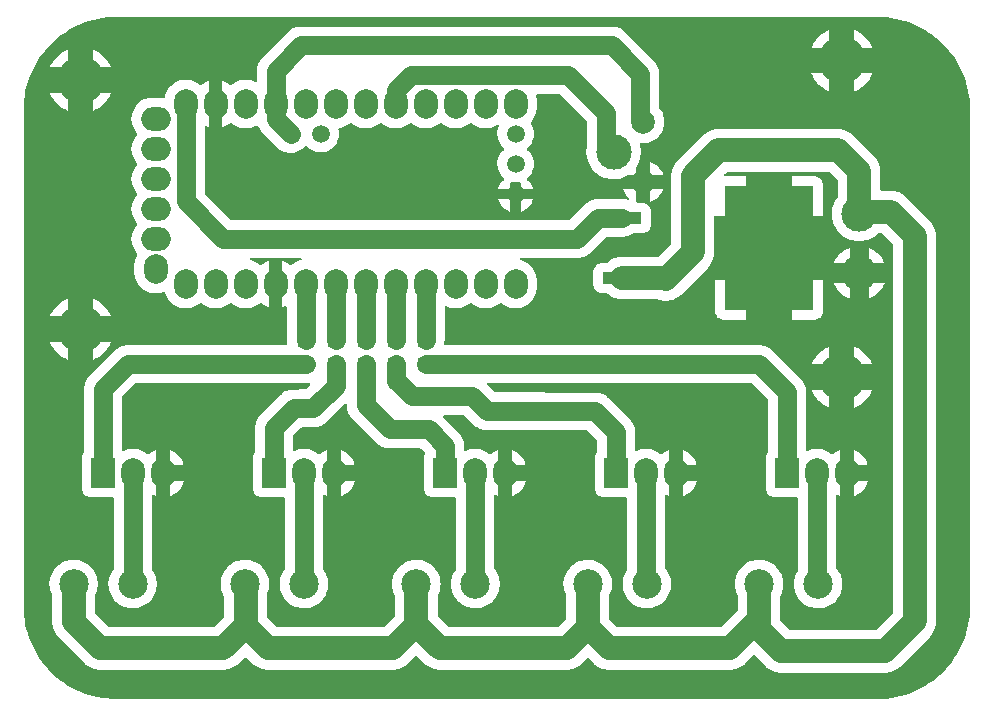
<source format=gbl>
G04 Layer: BottomLayer*
G04 EasyEDA v6.5.22, 2023-01-03 09:55:25*
G04 7daa880b0f2f4c369114fb813a63f3e8,5dd06754fdd742daa6fe38bf62b7df6b,10*
G04 Gerber Generator version 0.2*
G04 Scale: 100 percent, Rotated: No, Reflected: No *
G04 Dimensions in millimeters *
G04 leading zeros omitted , absolute positions ,4 integer and 5 decimal *
%FSLAX45Y45*%
%MOMM*%

%AMMACRO1*21,1,$1,$2,0,0,$3*%
%ADD10C,1.6000*%
%ADD11C,2.0000*%
%ADD12R,1.3770X1.1325*%
%ADD13MACRO1,1.377X1.1325X0.0000*%
%ADD14MACRO1,0.98X3.2941X-90.0000*%
%ADD15R,7.5321X10.5664*%
%ADD16MACRO1,2.0015X2.4994X0.0000*%
%ADD17O,1.9999959999999999X2.4999949999999997*%
%ADD18C,3.0000*%
%ADD19C,1.5080*%
%ADD20O,2.4999949999999997X1.9999959999999999*%
%ADD21C,2.5000*%
%ADD22C,4.0000*%
%ADD23C,0.0134*%

%LPD*%
G36*
X844753Y42418D02*
G01*
X806043Y43383D01*
X767842Y46228D01*
X729792Y50901D01*
X692048Y57454D01*
X654710Y65887D01*
X617778Y76098D01*
X581406Y88138D01*
X545642Y101955D01*
X510641Y117449D01*
X476402Y134721D01*
X443077Y153619D01*
X410718Y174091D01*
X379425Y196189D01*
X349199Y219760D01*
X320192Y244805D01*
X292455Y271221D01*
X266039Y298958D01*
X241046Y328015D01*
X217474Y358190D01*
X195427Y389534D01*
X174955Y421893D01*
X156057Y455269D01*
X138836Y489508D01*
X123342Y524510D01*
X109575Y560273D01*
X97536Y596646D01*
X87376Y633577D01*
X78994Y670966D01*
X72440Y708710D01*
X67767Y746760D01*
X64973Y784961D01*
X64008Y823417D01*
X64008Y5035042D01*
X64973Y5074056D01*
X67818Y5112258D01*
X72491Y5150256D01*
X79044Y5188000D01*
X87477Y5225389D01*
X97688Y5262321D01*
X109728Y5298694D01*
X123545Y5334457D01*
X139090Y5369458D01*
X156311Y5403646D01*
X175209Y5437022D01*
X195732Y5469382D01*
X217779Y5500674D01*
X241350Y5530850D01*
X266395Y5559856D01*
X292811Y5587593D01*
X320598Y5614009D01*
X349605Y5639054D01*
X379831Y5662625D01*
X411124Y5684672D01*
X443534Y5705144D01*
X476859Y5723991D01*
X511098Y5741212D01*
X546100Y5756757D01*
X581863Y5770524D01*
X618236Y5782513D01*
X655167Y5792724D01*
X692556Y5801106D01*
X730300Y5807659D01*
X768350Y5812332D01*
X806551Y5815126D01*
X845007Y5816092D01*
X7295642Y5816092D01*
X7334656Y5815126D01*
X7372858Y5812282D01*
X7410856Y5807557D01*
X7448600Y5801004D01*
X7485989Y5792622D01*
X7522921Y5782360D01*
X7559294Y5770372D01*
X7595006Y5756554D01*
X7630058Y5741009D01*
X7664246Y5723788D01*
X7697571Y5704890D01*
X7729981Y5684367D01*
X7761274Y5662320D01*
X7791450Y5638749D01*
X7820456Y5613704D01*
X7848193Y5587288D01*
X7874609Y5559501D01*
X7899653Y5530494D01*
X7923225Y5500268D01*
X7945272Y5468924D01*
X7965744Y5436565D01*
X7984591Y5403240D01*
X8001812Y5369001D01*
X8017357Y5333949D01*
X8031124Y5298236D01*
X8043113Y5261864D01*
X8053324Y5224932D01*
X8061706Y5187543D01*
X8068259Y5149799D01*
X8072932Y5111750D01*
X8075726Y5073548D01*
X8076692Y5035042D01*
X8076692Y823417D01*
X8075726Y784453D01*
X8072881Y746252D01*
X8068157Y708202D01*
X8061604Y670458D01*
X8053222Y633069D01*
X8042960Y596188D01*
X8030972Y559816D01*
X8017154Y524052D01*
X8001609Y489051D01*
X7984388Y454812D01*
X7965490Y421487D01*
X7944967Y389128D01*
X7922920Y357784D01*
X7899298Y327609D01*
X7874304Y298602D01*
X7847838Y270865D01*
X7820101Y244449D01*
X7791094Y219456D01*
X7760868Y195884D01*
X7729524Y173837D01*
X7697165Y153365D01*
X7663840Y134467D01*
X7629601Y117246D01*
X7594549Y101752D01*
X7558836Y87985D01*
X7522413Y75946D01*
X7485532Y65735D01*
X7448143Y57353D01*
X7410399Y50850D01*
X7372350Y46177D01*
X7334148Y43332D01*
X7295642Y42418D01*
G37*

%LPC*%
G36*
X7097725Y5554624D02*
G01*
X7250684Y5554624D01*
X7248245Y5560974D01*
X7238034Y5581802D01*
X7226198Y5601716D01*
X7212736Y5620613D01*
X7197750Y5638292D01*
X7181342Y5654700D01*
X7163663Y5669635D01*
X7144766Y5683148D01*
X7124852Y5694984D01*
X7104024Y5705195D01*
X7097725Y5707634D01*
G37*
G36*
X6732016Y5554624D02*
G01*
X6885025Y5554624D01*
X6885025Y5707634D01*
X6878675Y5705195D01*
X6857847Y5694984D01*
X6837934Y5683148D01*
X6819036Y5669635D01*
X6801358Y5654700D01*
X6784949Y5638292D01*
X6770014Y5620613D01*
X6756501Y5601716D01*
X6744665Y5581802D01*
X6734454Y5560974D01*
G37*
G36*
X286766Y5389524D02*
G01*
X439775Y5389524D01*
X439775Y5542534D01*
X433425Y5540095D01*
X412597Y5529884D01*
X392684Y5518048D01*
X373786Y5504535D01*
X356108Y5489600D01*
X339699Y5473192D01*
X324764Y5455513D01*
X311251Y5436616D01*
X299415Y5416702D01*
X289204Y5395874D01*
G37*
G36*
X652475Y5389524D02*
G01*
X805434Y5389524D01*
X802995Y5395874D01*
X792784Y5416702D01*
X780948Y5436616D01*
X767486Y5455513D01*
X752500Y5473192D01*
X736092Y5489600D01*
X718413Y5504535D01*
X699516Y5518048D01*
X679602Y5529884D01*
X658774Y5540095D01*
X652475Y5542534D01*
G37*
G36*
X7097725Y5188966D02*
G01*
X7104024Y5191404D01*
X7124852Y5201615D01*
X7144766Y5213451D01*
X7163663Y5226913D01*
X7181342Y5241899D01*
X7197750Y5258308D01*
X7212736Y5275986D01*
X7226198Y5294884D01*
X7238034Y5314797D01*
X7248245Y5335625D01*
X7250684Y5341924D01*
X7097725Y5341924D01*
G37*
G36*
X6885025Y5188966D02*
G01*
X6885025Y5341924D01*
X6732016Y5341924D01*
X6734454Y5335625D01*
X6744665Y5314797D01*
X6756501Y5294884D01*
X6770014Y5275986D01*
X6784949Y5258308D01*
X6801358Y5241899D01*
X6819036Y5226913D01*
X6837934Y5213451D01*
X6857847Y5201615D01*
X6878675Y5191404D01*
G37*
G36*
X439775Y5023866D02*
G01*
X439775Y5176824D01*
X286766Y5176824D01*
X289204Y5170525D01*
X299415Y5149697D01*
X311251Y5129784D01*
X324764Y5110886D01*
X339699Y5093208D01*
X356108Y5076799D01*
X373786Y5061813D01*
X392684Y5048351D01*
X412597Y5036515D01*
X433425Y5026304D01*
G37*
G36*
X652475Y5023866D02*
G01*
X658774Y5026304D01*
X679602Y5036515D01*
X699516Y5048351D01*
X718413Y5061813D01*
X736092Y5076799D01*
X752500Y5093208D01*
X767486Y5110886D01*
X780948Y5129784D01*
X792784Y5149697D01*
X802995Y5170525D01*
X805434Y5176824D01*
X652475Y5176824D01*
G37*
G36*
X5364937Y4475937D02*
G01*
X5479999Y4475937D01*
X5474004Y4491888D01*
X5465673Y4508500D01*
X5455716Y4524197D01*
X5444185Y4538776D01*
X5431231Y4552086D01*
X5416956Y4563973D01*
X5401513Y4574336D01*
X5385104Y4583074D01*
X5367883Y4590084D01*
X5364937Y4590948D01*
G37*
G36*
X4079798Y4362043D02*
G01*
X4185056Y4362043D01*
X4185056Y4409643D01*
X4186072Y4414062D01*
X4188866Y4417568D01*
X4192930Y4419549D01*
X4197451Y4419549D01*
X4203446Y4418228D01*
X4220514Y4416348D01*
X4237685Y4416348D01*
X4254754Y4418228D01*
X4260748Y4419549D01*
X4265269Y4419549D01*
X4269333Y4417568D01*
X4272127Y4414062D01*
X4273143Y4409643D01*
X4273143Y4362043D01*
X4378401Y4362043D01*
X4375099Y4372660D01*
X4368190Y4388408D01*
X4359605Y4403293D01*
X4349445Y4417110D01*
X4337812Y4429760D01*
X4329176Y4437278D01*
X4326534Y4440834D01*
X4325670Y4445203D01*
X4326788Y4449521D01*
X4329582Y4452975D01*
X4331512Y4454448D01*
X4343806Y4466386D01*
X4354728Y4479645D01*
X4364126Y4494072D01*
X4371848Y4509363D01*
X4377893Y4525467D01*
X4382109Y4542129D01*
X4384446Y4559147D01*
X4384954Y4576318D01*
X4383532Y4593437D01*
X4380230Y4610252D01*
X4375099Y4626660D01*
X4368190Y4642408D01*
X4359605Y4657293D01*
X4349445Y4671110D01*
X4337812Y4683760D01*
X4329176Y4691278D01*
X4326534Y4694834D01*
X4325670Y4699203D01*
X4326788Y4703521D01*
X4329582Y4706975D01*
X4331512Y4708448D01*
X4343806Y4720386D01*
X4354728Y4733645D01*
X4364126Y4748072D01*
X4371848Y4763363D01*
X4377893Y4779467D01*
X4382109Y4796129D01*
X4384446Y4813147D01*
X4384954Y4830318D01*
X4383532Y4847437D01*
X4380230Y4864252D01*
X4375099Y4880660D01*
X4368190Y4896408D01*
X4359605Y4911293D01*
X4356608Y4915357D01*
X4355084Y4918506D01*
X4354677Y4922012D01*
X4355490Y4925415D01*
X4357420Y4928362D01*
X4366056Y4937404D01*
X4377232Y4951882D01*
X4386935Y4967376D01*
X4394962Y4983835D01*
X4401312Y5000955D01*
X4405934Y5018684D01*
X4408678Y5036718D01*
X4409643Y5055260D01*
X4409643Y5104739D01*
X4408678Y5123281D01*
X4405934Y5141315D01*
X4404156Y5148072D01*
X4403902Y5151729D01*
X4404969Y5155285D01*
X4407204Y5158181D01*
X4410354Y5160111D01*
X4414012Y5160772D01*
X4602886Y5160772D01*
X4606798Y5160010D01*
X4610100Y5157825D01*
X4827625Y4940300D01*
X4829810Y4936998D01*
X4830572Y4933086D01*
X4830622Y4736947D01*
X4831537Y4723587D01*
X4832248Y4718507D01*
X4832146Y4715306D01*
X4830267Y4704994D01*
X4828336Y4684115D01*
X4828336Y4663084D01*
X4830267Y4642205D01*
X4834077Y4621580D01*
X4839716Y4601362D01*
X4847183Y4581753D01*
X4856429Y4562906D01*
X4867300Y4544974D01*
X4879797Y4528108D01*
X4893767Y4512462D01*
X4909108Y4498136D01*
X4925669Y4485284D01*
X4943348Y4473956D01*
X4961991Y4464304D01*
X4981397Y4456379D01*
X5001514Y4450283D01*
X5022037Y4446016D01*
X5042865Y4443628D01*
X5063845Y4443171D01*
X5084775Y4444593D01*
X5105501Y4447895D01*
X5125821Y4453128D01*
X5145633Y4460138D01*
X5164683Y4468926D01*
X5174437Y4474565D01*
X5176926Y4475581D01*
X5179517Y4475937D01*
X5252262Y4475937D01*
X5252262Y4545787D01*
X5252669Y4548784D01*
X5265623Y4572254D01*
X5274005Y4591456D01*
X5280710Y4611979D01*
X5285333Y4631842D01*
X5288178Y4652619D01*
X5289143Y4673600D01*
X5288178Y4694580D01*
X5285333Y4715357D01*
X5280609Y4735626D01*
X5280456Y4739538D01*
X5281828Y4743196D01*
X5284419Y4746040D01*
X5287924Y4747768D01*
X5291836Y4748022D01*
X5294680Y4747615D01*
X5313222Y4747158D01*
X5331764Y4748580D01*
X5350052Y4751933D01*
X5367883Y4757115D01*
X5385104Y4764125D01*
X5401513Y4772863D01*
X5416956Y4783226D01*
X5431231Y4795113D01*
X5444185Y4808423D01*
X5455716Y4823002D01*
X5465673Y4838700D01*
X5474004Y4855311D01*
X5480558Y4872685D01*
X5485282Y4890668D01*
X5488127Y4909058D01*
X5489092Y4927600D01*
X5488127Y4946142D01*
X5485282Y4964531D01*
X5480558Y4982514D01*
X5474004Y4999888D01*
X5465673Y5016500D01*
X5455716Y5032197D01*
X5445912Y5044592D01*
X5444286Y5047538D01*
X5443728Y5050891D01*
X5443677Y5338114D01*
X5442762Y5351576D01*
X5442254Y5355488D01*
X5439918Y5368696D01*
X5439003Y5372557D01*
X5435244Y5385460D01*
X5433923Y5389168D01*
X5428792Y5401564D01*
X5427116Y5405120D01*
X5418582Y5420258D01*
X5410860Y5431282D01*
X5408422Y5434380D01*
X5399582Y5444540D01*
X5152440Y5691682D01*
X5142280Y5700522D01*
X5139182Y5702960D01*
X5128158Y5710682D01*
X5113020Y5719216D01*
X5109464Y5720892D01*
X5097068Y5726023D01*
X5093360Y5727344D01*
X5080457Y5731103D01*
X5076596Y5732018D01*
X5063388Y5734354D01*
X5059476Y5734862D01*
X5046065Y5735777D01*
X2408885Y5735777D01*
X2395423Y5734862D01*
X2391511Y5734354D01*
X2378303Y5732018D01*
X2374442Y5731103D01*
X2361539Y5727344D01*
X2357831Y5726023D01*
X2345436Y5720892D01*
X2341880Y5719216D01*
X2326741Y5710682D01*
X2315718Y5702960D01*
X2312619Y5700522D01*
X2302459Y5691682D01*
X2080717Y5469940D01*
X2071878Y5459780D01*
X2069439Y5456682D01*
X2061718Y5445658D01*
X2053183Y5430520D01*
X2051507Y5426964D01*
X2046376Y5414568D01*
X2045055Y5410860D01*
X2041296Y5397957D01*
X2040382Y5394096D01*
X2038045Y5380888D01*
X2037537Y5376976D01*
X2036622Y5363514D01*
X2036572Y5276494D01*
X2035810Y5272582D01*
X2033574Y5269230D01*
X2030222Y5267045D01*
X2026310Y5266334D01*
X2022398Y5267147D01*
X2005787Y5274259D01*
X1988362Y5279745D01*
X1970430Y5283403D01*
X1952243Y5285282D01*
X1933956Y5285282D01*
X1915769Y5283403D01*
X1897837Y5279745D01*
X1880412Y5274259D01*
X1863598Y5267045D01*
X1847596Y5258206D01*
X1832610Y5247741D01*
X1822704Y5239258D01*
X1819605Y5237429D01*
X1816100Y5236768D01*
X1812594Y5237429D01*
X1809496Y5239258D01*
X1799589Y5247741D01*
X1784604Y5258206D01*
X1768602Y5267045D01*
X1751787Y5274259D01*
X1745437Y5276240D01*
X1745437Y5148834D01*
X1755597Y5148834D01*
X1759864Y5147919D01*
X1763318Y5145328D01*
X1765350Y5141468D01*
X1765655Y5137150D01*
X1763522Y5123281D01*
X1762607Y5104739D01*
X1762607Y5055260D01*
X1763522Y5036718D01*
X1765655Y5022850D01*
X1765350Y5018532D01*
X1763318Y5014671D01*
X1759864Y5012080D01*
X1755597Y5011166D01*
X1745437Y5011166D01*
X1745437Y4883759D01*
X1751787Y4885740D01*
X1768602Y4892954D01*
X1784604Y4901793D01*
X1799589Y4912258D01*
X1809496Y4920742D01*
X1812594Y4922570D01*
X1816100Y4923231D01*
X1819605Y4922570D01*
X1822704Y4920742D01*
X1832610Y4912258D01*
X1847596Y4901793D01*
X1863598Y4892954D01*
X1880412Y4885740D01*
X1897837Y4880254D01*
X1915769Y4876596D01*
X1933956Y4874717D01*
X1952243Y4874717D01*
X1970430Y4876596D01*
X1988362Y4880254D01*
X2005787Y4885740D01*
X2022602Y4892954D01*
X2033676Y4899101D01*
X2037740Y4900320D01*
X2041956Y4899761D01*
X2045614Y4897577D01*
X2048002Y4894021D01*
X2051507Y4885436D01*
X2053183Y4881880D01*
X2061718Y4866741D01*
X2069439Y4855718D01*
X2071878Y4852619D01*
X2080717Y4842459D01*
X2210409Y4712716D01*
X2223566Y4700879D01*
X2237638Y4690770D01*
X2252776Y4682185D01*
X2268728Y4675327D01*
X2285339Y4670247D01*
X2302408Y4666945D01*
X2319731Y4665573D01*
X2337104Y4666030D01*
X2354326Y4668367D01*
X2371191Y4672584D01*
X2387549Y4678578D01*
X2403094Y4686300D01*
X2417724Y4695647D01*
X2431288Y4706518D01*
X2443581Y4718812D01*
X2446172Y4722063D01*
X2449677Y4724857D01*
X2454046Y4725873D01*
X2458415Y4724908D01*
X2461971Y4722164D01*
X2463393Y4720386D01*
X2475687Y4708448D01*
X2489250Y4697882D01*
X2503881Y4688890D01*
X2519426Y4681575D01*
X2535682Y4675987D01*
X2552446Y4672228D01*
X2569514Y4670348D01*
X2586685Y4670348D01*
X2603754Y4672228D01*
X2620518Y4675987D01*
X2636774Y4681575D01*
X2652318Y4688890D01*
X2666949Y4697882D01*
X2680512Y4708448D01*
X2692806Y4720386D01*
X2703728Y4733645D01*
X2713126Y4748072D01*
X2720848Y4763363D01*
X2726893Y4779467D01*
X2731109Y4796129D01*
X2733446Y4813147D01*
X2733954Y4830318D01*
X2732532Y4847437D01*
X2729179Y4864506D01*
X2728772Y4868672D01*
X2730093Y4872685D01*
X2732938Y4875784D01*
X2736799Y4877460D01*
X2750362Y4880254D01*
X2767787Y4885740D01*
X2784602Y4892954D01*
X2800604Y4901793D01*
X2815590Y4912258D01*
X2825496Y4920742D01*
X2828594Y4922570D01*
X2832100Y4923231D01*
X2835605Y4922570D01*
X2838704Y4920742D01*
X2848610Y4912258D01*
X2863596Y4901793D01*
X2879598Y4892954D01*
X2896412Y4885740D01*
X2913837Y4880254D01*
X2931769Y4876596D01*
X2949956Y4874717D01*
X2968244Y4874717D01*
X2986430Y4876596D01*
X3004362Y4880254D01*
X3021787Y4885740D01*
X3038602Y4892954D01*
X3054604Y4901793D01*
X3069590Y4912258D01*
X3079496Y4920742D01*
X3082594Y4922570D01*
X3086100Y4923231D01*
X3089605Y4922570D01*
X3092704Y4920742D01*
X3102610Y4912258D01*
X3117596Y4901793D01*
X3133598Y4892954D01*
X3150412Y4885740D01*
X3167837Y4880254D01*
X3185769Y4876596D01*
X3203956Y4874717D01*
X3222244Y4874717D01*
X3240430Y4876596D01*
X3258362Y4880254D01*
X3275787Y4885740D01*
X3292601Y4892954D01*
X3308604Y4901793D01*
X3323590Y4912258D01*
X3333496Y4920742D01*
X3336594Y4922570D01*
X3340100Y4923231D01*
X3343605Y4922570D01*
X3346704Y4920742D01*
X3356610Y4912258D01*
X3371596Y4901793D01*
X3387598Y4892954D01*
X3404412Y4885740D01*
X3421837Y4880254D01*
X3439769Y4876596D01*
X3457956Y4874717D01*
X3476244Y4874717D01*
X3494430Y4876596D01*
X3512362Y4880254D01*
X3529787Y4885740D01*
X3546601Y4892954D01*
X3562604Y4901793D01*
X3577590Y4912258D01*
X3587496Y4920742D01*
X3590594Y4922570D01*
X3594100Y4923231D01*
X3597605Y4922570D01*
X3600704Y4920742D01*
X3610610Y4912258D01*
X3625596Y4901793D01*
X3641598Y4892954D01*
X3658412Y4885740D01*
X3675837Y4880254D01*
X3693769Y4876596D01*
X3711956Y4874717D01*
X3730244Y4874717D01*
X3748430Y4876596D01*
X3766362Y4880254D01*
X3783787Y4885740D01*
X3800601Y4892954D01*
X3816604Y4901793D01*
X3831590Y4912258D01*
X3841496Y4920742D01*
X3844594Y4922570D01*
X3848100Y4923231D01*
X3851605Y4922570D01*
X3854704Y4920742D01*
X3864610Y4912258D01*
X3879596Y4901793D01*
X3895598Y4892954D01*
X3912412Y4885740D01*
X3929837Y4880254D01*
X3947769Y4876596D01*
X3965956Y4874717D01*
X3984244Y4874717D01*
X4002430Y4876596D01*
X4020362Y4880254D01*
X4037787Y4885740D01*
X4054601Y4892954D01*
X4070604Y4901793D01*
X4072382Y4903063D01*
X4076395Y4904740D01*
X4080713Y4904536D01*
X4084624Y4902555D01*
X4087317Y4899152D01*
X4088333Y4894884D01*
X4087469Y4890617D01*
X4083100Y4880660D01*
X4077970Y4864252D01*
X4074668Y4847437D01*
X4073245Y4830318D01*
X4073753Y4813147D01*
X4076090Y4796129D01*
X4080306Y4779467D01*
X4086351Y4763363D01*
X4094073Y4748072D01*
X4103471Y4733645D01*
X4114393Y4720386D01*
X4126687Y4708448D01*
X4128617Y4706975D01*
X4131411Y4703521D01*
X4132529Y4699203D01*
X4131665Y4694834D01*
X4129024Y4691278D01*
X4120387Y4683760D01*
X4108754Y4671110D01*
X4098594Y4657293D01*
X4090009Y4642408D01*
X4083100Y4626660D01*
X4077970Y4610252D01*
X4074668Y4593437D01*
X4073245Y4576318D01*
X4073753Y4559147D01*
X4076090Y4542129D01*
X4080306Y4525467D01*
X4086351Y4509363D01*
X4094073Y4494072D01*
X4103471Y4479645D01*
X4114393Y4466386D01*
X4126687Y4454448D01*
X4128617Y4452975D01*
X4131411Y4449521D01*
X4132529Y4445203D01*
X4131665Y4440834D01*
X4129024Y4437278D01*
X4120387Y4429760D01*
X4108754Y4417110D01*
X4098594Y4403293D01*
X4090009Y4388408D01*
X4083100Y4372660D01*
G37*
G36*
X991565Y810564D02*
G01*
X1011377Y811987D01*
X1030935Y815340D01*
X1050086Y820572D01*
X1068679Y827582D01*
X1086459Y836371D01*
X1103325Y846886D01*
X1119124Y858926D01*
X1133652Y872439D01*
X1146810Y887323D01*
X1158494Y903376D01*
X1168552Y920496D01*
X1176934Y938530D01*
X1183487Y957224D01*
X1188262Y976528D01*
X1191158Y996187D01*
X1192072Y1016000D01*
X1191158Y1035812D01*
X1188262Y1055471D01*
X1183487Y1074775D01*
X1176934Y1093470D01*
X1168552Y1111504D01*
X1158494Y1128623D01*
X1153058Y1136091D01*
X1151636Y1138936D01*
X1151128Y1142085D01*
X1151128Y1759305D01*
X1151890Y1763217D01*
X1154125Y1766570D01*
X1157478Y1768754D01*
X1161389Y1769465D01*
X1165301Y1768652D01*
X1181912Y1761540D01*
X1188262Y1759559D01*
X1188262Y1886966D01*
X1178102Y1886966D01*
X1173835Y1887880D01*
X1170381Y1890471D01*
X1168349Y1894332D01*
X1168044Y1898650D01*
X1170178Y1912518D01*
X1171143Y1931060D01*
X1171143Y1980539D01*
X1170178Y1999081D01*
X1168044Y2012950D01*
X1168349Y2017268D01*
X1170381Y2021128D01*
X1173835Y2023719D01*
X1178102Y2024634D01*
X1188262Y2024634D01*
X1188262Y2152040D01*
X1181912Y2150059D01*
X1165098Y2142845D01*
X1149096Y2134006D01*
X1134110Y2123541D01*
X1124204Y2115058D01*
X1121105Y2113229D01*
X1117600Y2112568D01*
X1114094Y2113229D01*
X1110996Y2115058D01*
X1101090Y2123541D01*
X1086104Y2134006D01*
X1070102Y2142845D01*
X1053287Y2150059D01*
X1035862Y2155545D01*
X1017930Y2159203D01*
X999744Y2161082D01*
X981456Y2161082D01*
X963269Y2159203D01*
X945337Y2155545D01*
X927912Y2150059D01*
X911301Y2142947D01*
X907389Y2142083D01*
X903478Y2142845D01*
X900125Y2145030D01*
X897890Y2148332D01*
X897128Y2152243D01*
X897128Y2596286D01*
X897890Y2600198D01*
X900074Y2603500D01*
X1011275Y2714650D01*
X1014577Y2716834D01*
X1018438Y2717647D01*
X2450846Y2717647D01*
X2468473Y2718612D01*
X2480157Y2720492D01*
X2484374Y2720289D01*
X2488184Y2718409D01*
X2490825Y2715107D01*
X2491943Y2711043D01*
X2491282Y2706827D01*
X2488996Y2703322D01*
X2451100Y2665374D01*
X2447798Y2663190D01*
X2443886Y2662428D01*
X2345385Y2662377D01*
X2331923Y2661462D01*
X2328011Y2660954D01*
X2314803Y2658618D01*
X2310942Y2657703D01*
X2298039Y2653944D01*
X2294331Y2652623D01*
X2281936Y2647492D01*
X2278380Y2645816D01*
X2263241Y2637282D01*
X2252218Y2629560D01*
X2249119Y2627122D01*
X2238959Y2618282D01*
X2068017Y2447340D01*
X2059178Y2437180D01*
X2056739Y2434082D01*
X2049018Y2423058D01*
X2040483Y2407920D01*
X2038807Y2404364D01*
X2033676Y2391968D01*
X2032355Y2388260D01*
X2028596Y2375357D01*
X2027682Y2371496D01*
X2025345Y2358288D01*
X2024837Y2354376D01*
X2023922Y2340914D01*
X2023872Y2137308D01*
X2023364Y2134108D01*
X2021839Y2131212D01*
X2016709Y2124303D01*
X2011172Y2114245D01*
X2007158Y2103475D01*
X2004720Y2092248D01*
X2003907Y2080412D01*
X2003907Y1831136D01*
X2004720Y1819351D01*
X2007158Y1808124D01*
X2011172Y1797354D01*
X2016709Y1787296D01*
X2023567Y1778101D01*
X2031695Y1769973D01*
X2040889Y1763064D01*
X2050948Y1757578D01*
X2061718Y1753565D01*
X2072944Y1751126D01*
X2084781Y1750263D01*
X2267508Y1750263D01*
X2271420Y1749501D01*
X2274722Y1747316D01*
X2276906Y1744014D01*
X2277668Y1740103D01*
X2277160Y1147673D01*
X2276602Y1144270D01*
X2274925Y1141323D01*
X2271318Y1136802D01*
X2260396Y1120190D01*
X2251202Y1102614D01*
X2243683Y1084224D01*
X2238044Y1065174D01*
X2234234Y1045718D01*
X2232304Y1025906D01*
X2232304Y1006094D01*
X2234234Y986282D01*
X2238044Y966825D01*
X2243683Y947775D01*
X2251202Y929386D01*
X2260396Y911809D01*
X2271318Y895197D01*
X2283714Y879703D01*
X2297633Y865530D01*
X2312771Y852728D01*
X2329129Y841451D01*
X2346502Y831799D01*
X2364689Y823823D01*
X2383586Y817727D01*
X2402941Y813409D01*
X2422652Y811022D01*
X2442514Y810564D01*
X2462326Y811987D01*
X2481884Y815340D01*
X2501087Y820572D01*
X2519629Y827582D01*
X2537409Y836371D01*
X2554325Y846886D01*
X2570073Y858926D01*
X2584602Y872439D01*
X2597810Y887323D01*
X2609443Y903376D01*
X2619552Y920496D01*
X2627884Y938530D01*
X2634488Y957224D01*
X2639263Y976528D01*
X2642108Y996187D01*
X2643073Y1016000D01*
X2642108Y1035812D01*
X2639263Y1055471D01*
X2634488Y1074775D01*
X2627884Y1093470D01*
X2619552Y1111504D01*
X2609443Y1128623D01*
X2600147Y1141425D01*
X2598674Y1144270D01*
X2598216Y1147419D01*
X2598724Y1759407D01*
X2599537Y1763318D01*
X2601772Y1766620D01*
X2605074Y1768805D01*
X2608986Y1769567D01*
X2612898Y1768754D01*
X2629712Y1761540D01*
X2636062Y1759559D01*
X2636062Y1886966D01*
X2625902Y1886966D01*
X2621635Y1887880D01*
X2618181Y1890471D01*
X2616149Y1894332D01*
X2615844Y1898650D01*
X2617978Y1912518D01*
X2618943Y1931060D01*
X2618943Y1980539D01*
X2617978Y1999081D01*
X2615844Y2012950D01*
X2616149Y2017268D01*
X2618181Y2021128D01*
X2621635Y2023719D01*
X2625902Y2024634D01*
X2636062Y2024634D01*
X2636062Y2152040D01*
X2629712Y2150059D01*
X2612898Y2142845D01*
X2596896Y2134006D01*
X2581910Y2123541D01*
X2572004Y2115058D01*
X2568905Y2113229D01*
X2565400Y2112568D01*
X2561894Y2113229D01*
X2558796Y2115058D01*
X2548890Y2123541D01*
X2533904Y2134006D01*
X2517902Y2142845D01*
X2501087Y2150059D01*
X2483662Y2155545D01*
X2465730Y2159203D01*
X2447544Y2161082D01*
X2429256Y2161082D01*
X2411069Y2159203D01*
X2393137Y2155545D01*
X2375712Y2150059D01*
X2359101Y2142947D01*
X2355189Y2142083D01*
X2351278Y2142845D01*
X2347925Y2145030D01*
X2345690Y2148332D01*
X2344928Y2152243D01*
X2344928Y2266086D01*
X2345690Y2269998D01*
X2347874Y2273300D01*
X2413000Y2338425D01*
X2416302Y2340610D01*
X2420213Y2341372D01*
X2518714Y2341422D01*
X2532176Y2342337D01*
X2536088Y2342845D01*
X2549296Y2345182D01*
X2553157Y2346096D01*
X2566060Y2349855D01*
X2569768Y2351176D01*
X2582164Y2356307D01*
X2585720Y2357983D01*
X2600858Y2366518D01*
X2611882Y2374239D01*
X2614980Y2376678D01*
X2625140Y2385517D01*
X2781249Y2541524D01*
X2784551Y2543708D01*
X2788412Y2544521D01*
X2792272Y2543759D01*
X2795574Y2541574D01*
X2797810Y2538272D01*
X2798572Y2534412D01*
X2798622Y2523134D01*
X2799537Y2509723D01*
X2800045Y2505811D01*
X2802382Y2492603D01*
X2803296Y2488742D01*
X2807055Y2475839D01*
X2808376Y2472131D01*
X2813507Y2459736D01*
X2815183Y2456180D01*
X2823718Y2441041D01*
X2831439Y2430018D01*
X2833878Y2426919D01*
X2842717Y2416759D01*
X3051759Y2207717D01*
X3061919Y2198878D01*
X3065018Y2196439D01*
X3076041Y2188718D01*
X3091180Y2180183D01*
X3094736Y2178507D01*
X3107131Y2173376D01*
X3110839Y2172055D01*
X3123742Y2168296D01*
X3127603Y2167382D01*
X3140811Y2165045D01*
X3144723Y2164537D01*
X3158185Y2163622D01*
X3421786Y2163572D01*
X3425698Y2162810D01*
X3429000Y2160625D01*
X3459378Y2130196D01*
X3461715Y2126589D01*
X3462324Y2122322D01*
X3461105Y2118156D01*
X3458972Y2114245D01*
X3454958Y2103475D01*
X3452520Y2092248D01*
X3451707Y2080463D01*
X3451707Y1831187D01*
X3452520Y1819351D01*
X3454958Y1808124D01*
X3458972Y1797354D01*
X3464509Y1787296D01*
X3471367Y1778101D01*
X3479495Y1769973D01*
X3488690Y1763064D01*
X3498748Y1757578D01*
X3509518Y1753565D01*
X3520744Y1751126D01*
X3532581Y1750263D01*
X3716070Y1750263D01*
X3719931Y1749501D01*
X3723233Y1747316D01*
X3725418Y1744014D01*
X3726230Y1740154D01*
X3727704Y1147165D01*
X3727145Y1143762D01*
X3725468Y1140764D01*
X3722268Y1136802D01*
X3711397Y1120190D01*
X3702151Y1102614D01*
X3694684Y1084224D01*
X3688994Y1065174D01*
X3685184Y1045718D01*
X3683254Y1025906D01*
X3683254Y1006094D01*
X3685184Y986282D01*
X3688994Y966825D01*
X3694684Y947775D01*
X3702151Y929386D01*
X3711397Y911809D01*
X3722268Y895197D01*
X3734714Y879703D01*
X3748582Y865530D01*
X3763772Y852728D01*
X3780078Y841451D01*
X3797452Y831799D01*
X3815638Y823823D01*
X3834536Y817727D01*
X3853942Y813409D01*
X3873652Y811022D01*
X3893515Y810564D01*
X3913327Y811987D01*
X3932885Y815340D01*
X3952036Y820572D01*
X3970629Y827582D01*
X3988409Y836371D01*
X4005275Y846886D01*
X4021074Y858926D01*
X4035602Y872439D01*
X4048760Y887323D01*
X4060444Y903376D01*
X4070502Y920496D01*
X4078884Y938530D01*
X4085437Y957224D01*
X4090212Y976528D01*
X4093108Y996187D01*
X4094022Y1016000D01*
X4093108Y1035812D01*
X4090212Y1055471D01*
X4085437Y1074775D01*
X4078884Y1093470D01*
X4070502Y1111504D01*
X4060444Y1128623D01*
X4050690Y1142034D01*
X4049217Y1144879D01*
X4048709Y1147978D01*
X4047185Y1759102D01*
X4047998Y1763014D01*
X4050233Y1766316D01*
X4053535Y1768551D01*
X4057446Y1769262D01*
X4061358Y1768449D01*
X4077512Y1761540D01*
X4083862Y1759559D01*
X4083862Y1886966D01*
X4073702Y1886966D01*
X4069435Y1887880D01*
X4065981Y1890471D01*
X4063949Y1894332D01*
X4063644Y1898650D01*
X4065778Y1912518D01*
X4066743Y1931060D01*
X4066743Y1980539D01*
X4065778Y1999081D01*
X4063644Y2012950D01*
X4063949Y2017268D01*
X4065981Y2021128D01*
X4069435Y2023719D01*
X4073702Y2024634D01*
X4083862Y2024634D01*
X4083862Y2152040D01*
X4077512Y2150059D01*
X4060698Y2142845D01*
X4044696Y2134006D01*
X4029710Y2123541D01*
X4019804Y2115058D01*
X4016705Y2113229D01*
X4013200Y2112619D01*
X4009694Y2113229D01*
X4006596Y2115058D01*
X3996690Y2123541D01*
X3981704Y2134006D01*
X3965701Y2142845D01*
X3948887Y2150059D01*
X3931462Y2155545D01*
X3913530Y2159203D01*
X3895344Y2161082D01*
X3877056Y2161082D01*
X3858869Y2159203D01*
X3840937Y2155545D01*
X3823512Y2150059D01*
X3806901Y2142947D01*
X3802989Y2142134D01*
X3799078Y2142845D01*
X3795725Y2145030D01*
X3793490Y2148382D01*
X3792728Y2152294D01*
X3792677Y2188514D01*
X3791762Y2201976D01*
X3791254Y2205888D01*
X3788918Y2219096D01*
X3788003Y2222957D01*
X3784244Y2235860D01*
X3782923Y2239568D01*
X3777792Y2251964D01*
X3776116Y2255520D01*
X3767582Y2270658D01*
X3759860Y2281682D01*
X3757422Y2284780D01*
X3748582Y2294940D01*
X3617976Y2425649D01*
X3615791Y2428951D01*
X3614978Y2432812D01*
X3615791Y2436723D01*
X3617976Y2440025D01*
X3621278Y2442210D01*
X3625138Y2442972D01*
X3790086Y2442972D01*
X3793998Y2442210D01*
X3797300Y2440025D01*
X3877259Y2360117D01*
X3887419Y2351278D01*
X3890518Y2348839D01*
X3901541Y2341118D01*
X3916679Y2332583D01*
X3920236Y2330907D01*
X3932631Y2325776D01*
X3936339Y2324455D01*
X3949242Y2320696D01*
X3953103Y2319782D01*
X3966311Y2317445D01*
X3970223Y2316937D01*
X3983685Y2316022D01*
X4831486Y2315972D01*
X4835398Y2315210D01*
X4838700Y2313025D01*
X4916525Y2235200D01*
X4918710Y2231898D01*
X4919472Y2227986D01*
X4919472Y2137308D01*
X4918964Y2134108D01*
X4917440Y2131212D01*
X4912309Y2124303D01*
X4906772Y2114245D01*
X4902758Y2103475D01*
X4900320Y2092248D01*
X4899507Y2080412D01*
X4899507Y1831187D01*
X4900320Y1819351D01*
X4902758Y1808124D01*
X4906772Y1797354D01*
X4912309Y1787296D01*
X4919167Y1778101D01*
X4927295Y1769973D01*
X4936490Y1763064D01*
X4946548Y1757578D01*
X4957318Y1753565D01*
X4968544Y1751126D01*
X4980381Y1750263D01*
X5163312Y1750263D01*
X5167223Y1749501D01*
X5170525Y1747316D01*
X5172710Y1744014D01*
X5173472Y1740103D01*
X5173472Y1140155D01*
X5173065Y1137259D01*
X5171795Y1134618D01*
X5162346Y1120190D01*
X5153152Y1102614D01*
X5145633Y1084224D01*
X5139994Y1065174D01*
X5136184Y1045718D01*
X5134254Y1025906D01*
X5134254Y1006094D01*
X5136184Y986282D01*
X5139994Y966825D01*
X5145633Y947775D01*
X5153152Y929386D01*
X5162346Y911809D01*
X5173268Y895197D01*
X5185664Y879703D01*
X5199583Y865530D01*
X5214721Y852728D01*
X5231079Y841451D01*
X5248452Y831799D01*
X5266639Y823823D01*
X5285536Y817727D01*
X5304891Y813409D01*
X5324602Y811022D01*
X5344464Y810564D01*
X5364276Y811987D01*
X5383834Y815340D01*
X5403037Y820572D01*
X5421579Y827582D01*
X5439359Y836371D01*
X5456275Y846886D01*
X5472023Y858926D01*
X5486552Y872439D01*
X5499760Y887323D01*
X5511393Y903376D01*
X5521502Y920496D01*
X5529834Y938530D01*
X5536438Y957224D01*
X5541213Y976528D01*
X5544058Y996187D01*
X5545023Y1016000D01*
X5544058Y1035812D01*
X5541213Y1055471D01*
X5536438Y1074775D01*
X5529834Y1093470D01*
X5521502Y1111504D01*
X5511393Y1128623D01*
X5499760Y1144676D01*
X5497068Y1147673D01*
X5495188Y1150823D01*
X5494528Y1154430D01*
X5494528Y1759305D01*
X5495290Y1763217D01*
X5497525Y1766570D01*
X5500878Y1768754D01*
X5504789Y1769465D01*
X5508701Y1768652D01*
X5525312Y1761540D01*
X5531662Y1759559D01*
X5531662Y1886966D01*
X5521502Y1886966D01*
X5517235Y1887880D01*
X5513781Y1890471D01*
X5511749Y1894332D01*
X5511444Y1898650D01*
X5513578Y1912518D01*
X5514543Y1931060D01*
X5514543Y1980539D01*
X5513578Y1999081D01*
X5511444Y2012950D01*
X5511749Y2017268D01*
X5513781Y2021128D01*
X5517235Y2023719D01*
X5521502Y2024634D01*
X5531662Y2024634D01*
X5531662Y2152040D01*
X5525312Y2150059D01*
X5508498Y2142845D01*
X5492496Y2134006D01*
X5477510Y2123541D01*
X5467604Y2115058D01*
X5464505Y2113229D01*
X5461000Y2112568D01*
X5457494Y2113229D01*
X5454396Y2115058D01*
X5444490Y2123541D01*
X5429504Y2134006D01*
X5413502Y2142845D01*
X5396687Y2150059D01*
X5379262Y2155545D01*
X5361330Y2159203D01*
X5343144Y2161082D01*
X5324856Y2161082D01*
X5306669Y2159203D01*
X5288737Y2155545D01*
X5271312Y2150059D01*
X5254701Y2142947D01*
X5250789Y2142134D01*
X5246878Y2142845D01*
X5243525Y2145030D01*
X5241290Y2148382D01*
X5240528Y2152294D01*
X5240477Y2302814D01*
X5239562Y2316276D01*
X5239054Y2320188D01*
X5236718Y2333396D01*
X5235803Y2337257D01*
X5232044Y2350160D01*
X5230723Y2353868D01*
X5225592Y2366264D01*
X5223916Y2369820D01*
X5215382Y2384958D01*
X5207660Y2395982D01*
X5205222Y2399080D01*
X5196382Y2409240D01*
X5012740Y2592882D01*
X5002580Y2601722D01*
X4999482Y2604160D01*
X4988458Y2611882D01*
X4973320Y2620416D01*
X4969764Y2622092D01*
X4957368Y2627223D01*
X4953660Y2628544D01*
X4940757Y2632303D01*
X4936896Y2633218D01*
X4923688Y2635554D01*
X4919776Y2636062D01*
X4906365Y2636977D01*
X4058513Y2637028D01*
X4054601Y2637790D01*
X4051300Y2639974D01*
X3991000Y2700274D01*
X3988815Y2703576D01*
X3988054Y2707487D01*
X3988815Y2711348D01*
X3991000Y2714650D01*
X3994302Y2716834D01*
X3998214Y2717647D01*
X6220561Y2717647D01*
X6224422Y2716834D01*
X6227724Y2714650D01*
X6364325Y2578100D01*
X6366510Y2574798D01*
X6367272Y2570886D01*
X6367272Y2137308D01*
X6366764Y2134108D01*
X6365240Y2131212D01*
X6360109Y2124303D01*
X6354572Y2114245D01*
X6350558Y2103475D01*
X6348120Y2092248D01*
X6347307Y2080412D01*
X6347307Y1831136D01*
X6348120Y1819351D01*
X6350558Y1808124D01*
X6354572Y1797354D01*
X6360109Y1787296D01*
X6366967Y1778101D01*
X6375095Y1769973D01*
X6384290Y1763064D01*
X6394348Y1757578D01*
X6405118Y1753565D01*
X6416344Y1751126D01*
X6428181Y1750263D01*
X6611112Y1750263D01*
X6615023Y1749501D01*
X6618325Y1747316D01*
X6620509Y1744014D01*
X6621272Y1740103D01*
X6621272Y1135329D01*
X6620865Y1132433D01*
X6619595Y1129741D01*
X6613347Y1120190D01*
X6604101Y1102614D01*
X6596634Y1084224D01*
X6590944Y1065174D01*
X6587134Y1045718D01*
X6585203Y1025906D01*
X6585203Y1006094D01*
X6587134Y986282D01*
X6590944Y966825D01*
X6596634Y947775D01*
X6604101Y929386D01*
X6613347Y911809D01*
X6624218Y895197D01*
X6636664Y879703D01*
X6650532Y865530D01*
X6665722Y852728D01*
X6682028Y841451D01*
X6699402Y831799D01*
X6717588Y823823D01*
X6736486Y817727D01*
X6755892Y813409D01*
X6775602Y811022D01*
X6795465Y810564D01*
X6815277Y811987D01*
X6834835Y815340D01*
X6853986Y820572D01*
X6872579Y827582D01*
X6890359Y836371D01*
X6907225Y846886D01*
X6923024Y858926D01*
X6937552Y872439D01*
X6950709Y887323D01*
X6962394Y903376D01*
X6972452Y920496D01*
X6980834Y938530D01*
X6987387Y957224D01*
X6992162Y976528D01*
X6995058Y996187D01*
X6995972Y1016000D01*
X6995058Y1035812D01*
X6992162Y1055471D01*
X6987387Y1074775D01*
X6980834Y1093470D01*
X6972452Y1111504D01*
X6962394Y1128623D01*
X6950709Y1144676D01*
X6944868Y1151280D01*
X6942988Y1154430D01*
X6942328Y1158036D01*
X6942328Y1759305D01*
X6943090Y1763217D01*
X6945325Y1766570D01*
X6948678Y1768754D01*
X6952589Y1769465D01*
X6956501Y1768652D01*
X6973112Y1761540D01*
X6979462Y1759559D01*
X6979462Y1886966D01*
X6969302Y1886966D01*
X6965035Y1887880D01*
X6961581Y1890471D01*
X6959549Y1894332D01*
X6959244Y1898650D01*
X6961378Y1912518D01*
X6962343Y1931060D01*
X6962343Y1980539D01*
X6961378Y1999081D01*
X6959244Y2012950D01*
X6959549Y2017268D01*
X6961581Y2021128D01*
X6965035Y2023719D01*
X6969302Y2024634D01*
X6979462Y2024634D01*
X6979462Y2152040D01*
X6973112Y2150059D01*
X6956298Y2142845D01*
X6940296Y2134006D01*
X6925309Y2123541D01*
X6915403Y2115058D01*
X6912305Y2113229D01*
X6908800Y2112568D01*
X6905294Y2113229D01*
X6902196Y2115058D01*
X6892290Y2123541D01*
X6877303Y2134006D01*
X6861302Y2142845D01*
X6844487Y2150059D01*
X6827062Y2155545D01*
X6809130Y2159203D01*
X6790944Y2161082D01*
X6772656Y2161082D01*
X6754469Y2159203D01*
X6736537Y2155545D01*
X6719112Y2150059D01*
X6702501Y2142947D01*
X6698589Y2142083D01*
X6694678Y2142845D01*
X6691325Y2145030D01*
X6689090Y2148332D01*
X6688328Y2152243D01*
X6688277Y2645714D01*
X6687362Y2659176D01*
X6686854Y2663088D01*
X6684518Y2676296D01*
X6683603Y2680157D01*
X6679844Y2693060D01*
X6678523Y2696768D01*
X6673392Y2709164D01*
X6671716Y2712720D01*
X6663181Y2727858D01*
X6655460Y2738882D01*
X6653022Y2741980D01*
X6644182Y2752140D01*
X6401765Y2994558D01*
X6391656Y3003397D01*
X6388557Y3005785D01*
X6377533Y3013506D01*
X6374180Y3015589D01*
X6362395Y3022041D01*
X6358839Y3023717D01*
X6346393Y3028899D01*
X6342684Y3030220D01*
X6329781Y3033979D01*
X6325971Y3034842D01*
X6312712Y3037230D01*
X6308801Y3037687D01*
X6295390Y3038602D01*
X3634994Y3038652D01*
X3630726Y3039618D01*
X3627272Y3042259D01*
X3625189Y3046120D01*
X3624986Y3050489D01*
X3626662Y3060801D01*
X3627628Y3078429D01*
X3627628Y3359505D01*
X3628390Y3363417D01*
X3630625Y3366770D01*
X3633978Y3368954D01*
X3637889Y3369665D01*
X3641801Y3368852D01*
X3658412Y3361740D01*
X3675837Y3356254D01*
X3693769Y3352596D01*
X3711956Y3350717D01*
X3730244Y3350717D01*
X3748430Y3352596D01*
X3766362Y3356254D01*
X3783787Y3361740D01*
X3800601Y3368954D01*
X3816604Y3377793D01*
X3831590Y3388258D01*
X3841496Y3396742D01*
X3844594Y3398570D01*
X3848100Y3399231D01*
X3851605Y3398570D01*
X3854704Y3396742D01*
X3864610Y3388258D01*
X3879596Y3377793D01*
X3895598Y3368954D01*
X3912412Y3361740D01*
X3929837Y3356254D01*
X3947769Y3352596D01*
X3965956Y3350717D01*
X3984244Y3350717D01*
X4002430Y3352596D01*
X4020362Y3356254D01*
X4037787Y3361740D01*
X4054601Y3368954D01*
X4070604Y3377793D01*
X4085590Y3388258D01*
X4095496Y3396742D01*
X4098594Y3398570D01*
X4102100Y3399231D01*
X4105605Y3398570D01*
X4108704Y3396742D01*
X4118610Y3388258D01*
X4133596Y3377793D01*
X4149598Y3368954D01*
X4166412Y3361740D01*
X4183837Y3356254D01*
X4201769Y3352596D01*
X4219956Y3350717D01*
X4238244Y3350717D01*
X4256430Y3352596D01*
X4274362Y3356254D01*
X4291787Y3361740D01*
X4308602Y3368954D01*
X4324604Y3377793D01*
X4339590Y3388258D01*
X4353458Y3400196D01*
X4366056Y3413404D01*
X4377232Y3427882D01*
X4386935Y3443376D01*
X4394962Y3459835D01*
X4401312Y3476955D01*
X4405934Y3494684D01*
X4408678Y3512718D01*
X4409643Y3531260D01*
X4409643Y3580739D01*
X4408678Y3599281D01*
X4405934Y3617315D01*
X4401312Y3635044D01*
X4394962Y3652164D01*
X4386935Y3668623D01*
X4377232Y3684117D01*
X4366056Y3698595D01*
X4353458Y3711803D01*
X4339590Y3723741D01*
X4324604Y3734206D01*
X4308602Y3743045D01*
X4291787Y3750259D01*
X4274362Y3755745D01*
X4271314Y3756355D01*
X4267403Y3758082D01*
X4264558Y3761181D01*
X4263237Y3765245D01*
X4263644Y3769410D01*
X4265777Y3773119D01*
X4269181Y3775608D01*
X4273346Y3776472D01*
X4753965Y3776522D01*
X4767376Y3777437D01*
X4771288Y3777945D01*
X4784496Y3780282D01*
X4788357Y3781196D01*
X4801260Y3784955D01*
X4804968Y3786276D01*
X4817364Y3791407D01*
X4820920Y3793083D01*
X4836058Y3801618D01*
X4847082Y3809339D01*
X4850180Y3811778D01*
X4860340Y3820617D01*
X4991100Y3951325D01*
X4994402Y3953510D01*
X4998313Y3954272D01*
X5131054Y3954272D01*
X5148681Y3955237D01*
X5165801Y3958031D01*
X5182565Y3962704D01*
X5198719Y3969156D01*
X5214061Y3977284D01*
X5223306Y3983532D01*
X5225999Y3984853D01*
X5228996Y3985260D01*
X5295646Y3985260D01*
X5307482Y3986123D01*
X5318709Y3988562D01*
X5329428Y3992575D01*
X5339537Y3998061D01*
X5348732Y4004970D01*
X5356860Y4013098D01*
X5363718Y4022293D01*
X5369204Y4032351D01*
X5373217Y4043121D01*
X5375706Y4054348D01*
X5376519Y4066184D01*
X5376519Y4163415D01*
X5375706Y4175251D01*
X5373217Y4186478D01*
X5369204Y4197248D01*
X5363718Y4207306D01*
X5356860Y4216501D01*
X5348732Y4224629D01*
X5339537Y4231538D01*
X5329428Y4237024D01*
X5318709Y4241038D01*
X5307482Y4243476D01*
X5295646Y4244340D01*
X5262422Y4244340D01*
X5258511Y4245102D01*
X5255209Y4247286D01*
X5253024Y4250588D01*
X5252262Y4254500D01*
X5252262Y4363262D01*
X5137353Y4363262D01*
X5139690Y4355947D01*
X5147157Y4338878D01*
X5156301Y4322724D01*
X5167071Y4307586D01*
X5179314Y4293616D01*
X5188458Y4285183D01*
X5190998Y4281474D01*
X5191658Y4277055D01*
X5190439Y4272788D01*
X5187442Y4269435D01*
X5183276Y4267708D01*
X5178806Y4267962D01*
X5165801Y4271568D01*
X5148681Y4274362D01*
X5131054Y4275328D01*
X4923485Y4275277D01*
X4910023Y4274362D01*
X4906111Y4273854D01*
X4892903Y4271518D01*
X4889042Y4270603D01*
X4876139Y4266844D01*
X4872431Y4265523D01*
X4860036Y4260392D01*
X4856480Y4258716D01*
X4841341Y4250182D01*
X4830318Y4242460D01*
X4827219Y4240022D01*
X4817059Y4231182D01*
X4686300Y4100474D01*
X4682998Y4098290D01*
X4679086Y4097528D01*
X1823313Y4097528D01*
X1819402Y4098290D01*
X1816100Y4100474D01*
X1598574Y4318000D01*
X1596390Y4321302D01*
X1595628Y4325213D01*
X1595628Y4883505D01*
X1596390Y4887417D01*
X1598625Y4890770D01*
X1601978Y4892954D01*
X1605889Y4893665D01*
X1609801Y4892852D01*
X1626412Y4885740D01*
X1632762Y4883759D01*
X1632762Y5011166D01*
X1622602Y5011166D01*
X1618335Y5012080D01*
X1614881Y5014671D01*
X1612849Y5018532D01*
X1612544Y5022850D01*
X1614678Y5036718D01*
X1615643Y5055260D01*
X1615643Y5104739D01*
X1614678Y5123281D01*
X1612544Y5137150D01*
X1612849Y5141468D01*
X1614881Y5145328D01*
X1618335Y5147919D01*
X1622602Y5148834D01*
X1632762Y5148834D01*
X1632762Y5276240D01*
X1626412Y5274259D01*
X1609598Y5267045D01*
X1593596Y5258206D01*
X1578610Y5247741D01*
X1568704Y5239258D01*
X1565605Y5237429D01*
X1562100Y5236768D01*
X1558594Y5237429D01*
X1555496Y5239258D01*
X1545590Y5247741D01*
X1530604Y5258206D01*
X1514602Y5267045D01*
X1497787Y5274259D01*
X1480362Y5279745D01*
X1462430Y5283403D01*
X1444244Y5285282D01*
X1425956Y5285282D01*
X1407769Y5283403D01*
X1389837Y5279745D01*
X1372412Y5274259D01*
X1355598Y5267045D01*
X1339596Y5258206D01*
X1324610Y5247741D01*
X1310741Y5235803D01*
X1298143Y5222595D01*
X1286967Y5208117D01*
X1277264Y5192623D01*
X1269238Y5176164D01*
X1262888Y5159044D01*
X1258265Y5141315D01*
X1257706Y5137404D01*
X1256182Y5133492D01*
X1253236Y5130495D01*
X1249324Y5128920D01*
X1245108Y5129123D01*
X1242415Y5129834D01*
X1224381Y5132578D01*
X1205839Y5133492D01*
X1156360Y5133492D01*
X1137818Y5132578D01*
X1119784Y5129834D01*
X1102055Y5125212D01*
X1084935Y5118862D01*
X1068476Y5110835D01*
X1052982Y5101132D01*
X1038504Y5089956D01*
X1025296Y5077358D01*
X1013358Y5063490D01*
X1002893Y5048504D01*
X994054Y5032502D01*
X986840Y5015687D01*
X981354Y4998262D01*
X977696Y4980330D01*
X975817Y4962144D01*
X975817Y4943856D01*
X977696Y4925669D01*
X981354Y4907737D01*
X986840Y4890312D01*
X994054Y4873498D01*
X1002893Y4857496D01*
X1013358Y4842510D01*
X1021842Y4832604D01*
X1023670Y4829505D01*
X1024331Y4826000D01*
X1023670Y4822494D01*
X1021842Y4819396D01*
X1013358Y4809490D01*
X1002893Y4794504D01*
X994054Y4778502D01*
X986840Y4761687D01*
X981354Y4744262D01*
X977696Y4726330D01*
X975817Y4708144D01*
X975817Y4689856D01*
X977696Y4671669D01*
X981354Y4653737D01*
X986840Y4636312D01*
X994054Y4619498D01*
X1002893Y4603496D01*
X1013358Y4588510D01*
X1021842Y4578604D01*
X1023670Y4575505D01*
X1024331Y4572000D01*
X1023670Y4568494D01*
X1021842Y4565396D01*
X1013358Y4555490D01*
X1002893Y4540504D01*
X994054Y4524502D01*
X986840Y4507687D01*
X981354Y4490262D01*
X977696Y4472330D01*
X975817Y4454144D01*
X975817Y4435856D01*
X977696Y4417669D01*
X981354Y4399737D01*
X986840Y4382312D01*
X994054Y4365498D01*
X1002893Y4349496D01*
X1013358Y4334510D01*
X1021842Y4324604D01*
X1023670Y4321505D01*
X1024331Y4318000D01*
X1023670Y4314494D01*
X1021842Y4311396D01*
X1013358Y4301490D01*
X1002893Y4286504D01*
X994054Y4270502D01*
X986840Y4253687D01*
X981354Y4236262D01*
X977696Y4218330D01*
X975817Y4200144D01*
X975817Y4181856D01*
X977696Y4163669D01*
X981354Y4145737D01*
X986840Y4128312D01*
X994054Y4111498D01*
X1002893Y4095496D01*
X1013358Y4080510D01*
X1021842Y4070604D01*
X1023670Y4067505D01*
X1024331Y4064000D01*
X1023670Y4060494D01*
X1021842Y4057396D01*
X1013358Y4047490D01*
X1002893Y4032504D01*
X994054Y4016501D01*
X986840Y3999687D01*
X981354Y3982262D01*
X977696Y3964330D01*
X975817Y3946144D01*
X975817Y3927856D01*
X977696Y3909669D01*
X981354Y3891737D01*
X986840Y3874312D01*
X994054Y3857498D01*
X1002893Y3841496D01*
X1013358Y3826510D01*
X1025398Y3812489D01*
X1027430Y3808729D01*
X1027785Y3804513D01*
X1026312Y3800500D01*
X1023264Y3795623D01*
X1015237Y3779164D01*
X1008887Y3762044D01*
X1004265Y3744315D01*
X1001521Y3726281D01*
X1000607Y3707739D01*
X1000607Y3658260D01*
X1001521Y3639718D01*
X1004265Y3621684D01*
X1008887Y3603955D01*
X1015237Y3586835D01*
X1023264Y3570376D01*
X1032967Y3554882D01*
X1044143Y3540404D01*
X1056741Y3527196D01*
X1070610Y3515258D01*
X1085596Y3504793D01*
X1101598Y3495954D01*
X1118412Y3488740D01*
X1135837Y3483254D01*
X1153769Y3479596D01*
X1171956Y3477717D01*
X1190244Y3477717D01*
X1208430Y3479596D01*
X1226362Y3483254D01*
X1243787Y3488740D01*
X1247343Y3490264D01*
X1251610Y3491077D01*
X1255826Y3490061D01*
X1259230Y3487318D01*
X1261211Y3483457D01*
X1262888Y3476955D01*
X1269238Y3459835D01*
X1277264Y3443376D01*
X1286967Y3427882D01*
X1298143Y3413404D01*
X1310741Y3400196D01*
X1324610Y3388258D01*
X1339596Y3377793D01*
X1355598Y3368954D01*
X1372412Y3361740D01*
X1389837Y3356254D01*
X1407769Y3352596D01*
X1425956Y3350717D01*
X1444244Y3350717D01*
X1462430Y3352596D01*
X1480362Y3356254D01*
X1497787Y3361740D01*
X1514602Y3368954D01*
X1530604Y3377793D01*
X1545590Y3388258D01*
X1555496Y3396742D01*
X1558594Y3398570D01*
X1562100Y3399231D01*
X1565605Y3398570D01*
X1568704Y3396742D01*
X1578610Y3388258D01*
X1593596Y3377793D01*
X1609598Y3368954D01*
X1626412Y3361740D01*
X1643837Y3356254D01*
X1661769Y3352596D01*
X1679956Y3350717D01*
X1698243Y3350717D01*
X1716430Y3352596D01*
X1734362Y3356254D01*
X1751787Y3361740D01*
X1768602Y3368954D01*
X1784604Y3377793D01*
X1799589Y3388258D01*
X1809496Y3396742D01*
X1812594Y3398570D01*
X1816100Y3399231D01*
X1819605Y3398570D01*
X1822704Y3396742D01*
X1832610Y3388258D01*
X1847596Y3377793D01*
X1863598Y3368954D01*
X1880412Y3361740D01*
X1897837Y3356254D01*
X1915769Y3352596D01*
X1933956Y3350717D01*
X1952243Y3350717D01*
X1970430Y3352596D01*
X1988362Y3356254D01*
X2005787Y3361740D01*
X2022602Y3368954D01*
X2038604Y3377793D01*
X2053589Y3388258D01*
X2063496Y3396742D01*
X2066594Y3398570D01*
X2070100Y3399231D01*
X2073605Y3398570D01*
X2076704Y3396742D01*
X2086610Y3388258D01*
X2101596Y3377793D01*
X2117598Y3368954D01*
X2134412Y3361740D01*
X2140762Y3359759D01*
X2140762Y3487165D01*
X2130602Y3487165D01*
X2126335Y3488080D01*
X2122881Y3490671D01*
X2120849Y3494532D01*
X2120544Y3498850D01*
X2122678Y3512718D01*
X2123643Y3531260D01*
X2123643Y3580739D01*
X2122678Y3599281D01*
X2120544Y3613150D01*
X2120849Y3617468D01*
X2122881Y3621328D01*
X2126335Y3623919D01*
X2130602Y3624834D01*
X2140762Y3624834D01*
X2140762Y3752240D01*
X2134412Y3750259D01*
X2117598Y3743045D01*
X2101596Y3734206D01*
X2086610Y3723741D01*
X2076704Y3715258D01*
X2073605Y3713429D01*
X2070100Y3712768D01*
X2066594Y3713429D01*
X2063496Y3715258D01*
X2053589Y3723741D01*
X2038604Y3734206D01*
X2022602Y3743045D01*
X2005787Y3750259D01*
X1988362Y3755745D01*
X1985314Y3756355D01*
X1981403Y3758082D01*
X1978558Y3761181D01*
X1977237Y3765245D01*
X1977643Y3769410D01*
X1979777Y3773119D01*
X1983181Y3775608D01*
X1987346Y3776472D01*
X2406853Y3776472D01*
X2411018Y3775608D01*
X2414422Y3773119D01*
X2416556Y3769410D01*
X2416962Y3765245D01*
X2415641Y3761181D01*
X2412796Y3758082D01*
X2408885Y3756355D01*
X2405837Y3755745D01*
X2388412Y3750259D01*
X2371598Y3743045D01*
X2355596Y3734206D01*
X2340610Y3723741D01*
X2330704Y3715258D01*
X2327605Y3713429D01*
X2324100Y3712768D01*
X2320594Y3713429D01*
X2317496Y3715258D01*
X2307590Y3723741D01*
X2292604Y3734206D01*
X2276602Y3743045D01*
X2259787Y3750259D01*
X2253437Y3752240D01*
X2253437Y3624834D01*
X2263597Y3624834D01*
X2267864Y3623919D01*
X2271318Y3621328D01*
X2273350Y3617468D01*
X2273655Y3613150D01*
X2271522Y3599281D01*
X2270607Y3580739D01*
X2270607Y3531260D01*
X2271522Y3512718D01*
X2273655Y3498850D01*
X2273350Y3494532D01*
X2271318Y3490671D01*
X2267864Y3488080D01*
X2263597Y3487165D01*
X2253437Y3487165D01*
X2253437Y3359759D01*
X2259787Y3361740D01*
X2276398Y3368852D01*
X2280310Y3369665D01*
X2284222Y3368954D01*
X2287574Y3366770D01*
X2289810Y3363417D01*
X2290572Y3359505D01*
X2290572Y3078429D01*
X2291537Y3060801D01*
X2293213Y3050489D01*
X2293010Y3046120D01*
X2290927Y3042259D01*
X2287473Y3039618D01*
X2283206Y3038652D01*
X943610Y3038602D01*
X930198Y3037687D01*
X926287Y3037230D01*
X913028Y3034842D01*
X909218Y3033979D01*
X896315Y3030220D01*
X892606Y3028899D01*
X880160Y3023717D01*
X876604Y3022041D01*
X864819Y3015589D01*
X861466Y3013506D01*
X850442Y3005785D01*
X847344Y3003397D01*
X837234Y2994558D01*
X620217Y2777540D01*
X611378Y2767380D01*
X608939Y2764282D01*
X601218Y2753258D01*
X592683Y2738120D01*
X591007Y2734564D01*
X585876Y2722168D01*
X584555Y2718460D01*
X580796Y2705557D01*
X579882Y2701696D01*
X577545Y2688488D01*
X577037Y2684576D01*
X576122Y2671114D01*
X576072Y2137308D01*
X575564Y2134108D01*
X574040Y2131212D01*
X568909Y2124303D01*
X563372Y2114245D01*
X559358Y2103475D01*
X556920Y2092248D01*
X556107Y2080412D01*
X556107Y1831136D01*
X556920Y1819351D01*
X559358Y1808124D01*
X563372Y1797354D01*
X568909Y1787296D01*
X575767Y1778101D01*
X583895Y1769973D01*
X593090Y1763064D01*
X603148Y1757578D01*
X613918Y1753565D01*
X625144Y1751126D01*
X636981Y1750263D01*
X819912Y1750263D01*
X823823Y1749501D01*
X827125Y1747316D01*
X829310Y1744014D01*
X830071Y1740103D01*
X830071Y1152499D01*
X829513Y1149146D01*
X827836Y1146149D01*
X820318Y1136802D01*
X809447Y1120190D01*
X800201Y1102614D01*
X792734Y1084224D01*
X787044Y1065174D01*
X783234Y1045718D01*
X781304Y1025906D01*
X781304Y1006094D01*
X783234Y986282D01*
X787044Y966825D01*
X792734Y947775D01*
X800201Y929386D01*
X809447Y911809D01*
X820318Y895197D01*
X832764Y879703D01*
X846632Y865530D01*
X861821Y852728D01*
X878128Y841451D01*
X895502Y831799D01*
X913688Y823823D01*
X932586Y817727D01*
X951992Y813409D01*
X971702Y811022D01*
G37*
G36*
X5364937Y4248251D02*
G01*
X5367883Y4249115D01*
X5385104Y4256125D01*
X5401513Y4264863D01*
X5416956Y4275226D01*
X5431231Y4287113D01*
X5444185Y4300423D01*
X5455716Y4315002D01*
X5465673Y4330700D01*
X5474004Y4347311D01*
X5479999Y4363262D01*
X5364937Y4363262D01*
G37*
G36*
X4273143Y4168546D02*
G01*
X4287774Y4173575D01*
X4303318Y4180890D01*
X4317949Y4189882D01*
X4331512Y4200448D01*
X4343806Y4212386D01*
X4354728Y4225645D01*
X4364126Y4240072D01*
X4371848Y4255363D01*
X4377893Y4271467D01*
X4378502Y4273956D01*
X4273143Y4273956D01*
G37*
G36*
X4185056Y4168546D02*
G01*
X4185056Y4273956D01*
X4079697Y4273956D01*
X4080306Y4271467D01*
X4086351Y4255363D01*
X4094073Y4240072D01*
X4103471Y4225645D01*
X4114393Y4212386D01*
X4126687Y4200448D01*
X4140250Y4189882D01*
X4154881Y4180890D01*
X4170426Y4173575D01*
G37*
G36*
X6569557Y4131310D02*
G01*
X6832041Y4131310D01*
X6832041Y4388764D01*
X6831177Y4400550D01*
X6828739Y4411776D01*
X6824725Y4422546D01*
X6819239Y4432655D01*
X6812330Y4441850D01*
X6804202Y4449927D01*
X6795008Y4456836D01*
X6784949Y4462322D01*
X6774180Y4466336D01*
X6762953Y4468774D01*
X6751167Y4469638D01*
X6569557Y4469638D01*
G37*
G36*
X2748737Y1759559D02*
G01*
X2755087Y1761540D01*
X2771902Y1768754D01*
X2787904Y1777593D01*
X2802890Y1788058D01*
X2816758Y1799945D01*
X2829356Y1813204D01*
X2840532Y1827682D01*
X2850235Y1843176D01*
X2858262Y1859635D01*
X2864612Y1876755D01*
X2867253Y1886966D01*
X2748737Y1886966D01*
G37*
G36*
X4196537Y1759559D02*
G01*
X4202887Y1761540D01*
X4219702Y1768754D01*
X4235704Y1777593D01*
X4250690Y1788058D01*
X4264558Y1799996D01*
X4277156Y1813204D01*
X4288332Y1827682D01*
X4298035Y1843227D01*
X4306062Y1859635D01*
X4312412Y1876755D01*
X4315053Y1886966D01*
X4196537Y1886966D01*
G37*
G36*
X7092137Y1759559D02*
G01*
X7098487Y1761540D01*
X7115302Y1768754D01*
X7131303Y1777593D01*
X7146290Y1788058D01*
X7160158Y1799945D01*
X7172756Y1813204D01*
X7183932Y1827682D01*
X7193635Y1843176D01*
X7201662Y1859635D01*
X7208012Y1876755D01*
X7210653Y1886966D01*
X7092137Y1886966D01*
G37*
G36*
X5644337Y1759559D02*
G01*
X5650687Y1761540D01*
X5667502Y1768754D01*
X5683504Y1777593D01*
X5698490Y1788058D01*
X5712358Y1799996D01*
X5724956Y1813204D01*
X5736132Y1827682D01*
X5745835Y1843176D01*
X5753862Y1859635D01*
X5760212Y1876755D01*
X5762853Y1886966D01*
X5644337Y1886966D01*
G37*
G36*
X1300937Y1759559D02*
G01*
X1307287Y1761540D01*
X1324102Y1768754D01*
X1340104Y1777593D01*
X1355090Y1788058D01*
X1368958Y1799945D01*
X1381556Y1813204D01*
X1392732Y1827682D01*
X1402435Y1843176D01*
X1410462Y1859635D01*
X1416812Y1876755D01*
X1419453Y1886966D01*
X1300937Y1886966D01*
G37*
G36*
X6921957Y3730244D02*
G01*
X7056069Y3730244D01*
X7056069Y3864508D01*
X7036053Y3855923D01*
X7017613Y3845814D01*
X7000240Y3834129D01*
X6983933Y3820871D01*
X6968947Y3806240D01*
X6955332Y3790238D01*
X6943242Y3773119D01*
X6932726Y3754932D01*
X6923938Y3735882D01*
G37*
G36*
X7218730Y3730244D02*
G01*
X7352842Y3730244D01*
X7350861Y3735882D01*
X7342073Y3754932D01*
X7331557Y3773119D01*
X7319467Y3790238D01*
X7305852Y3806240D01*
X7290866Y3820871D01*
X7274559Y3834129D01*
X7257186Y3845814D01*
X7238746Y3855923D01*
X7218730Y3864508D01*
G37*
G36*
X7218730Y3433470D02*
G01*
X7229246Y3437483D01*
X7248093Y3446678D01*
X7266025Y3457600D01*
X7282891Y3470097D01*
X7298537Y3484067D01*
X7312863Y3499408D01*
X7325715Y3515969D01*
X7337044Y3533648D01*
X7346696Y3552240D01*
X7352893Y3567531D01*
X7218730Y3567531D01*
G37*
G36*
X7056069Y3433470D02*
G01*
X7056069Y3567531D01*
X6921906Y3567531D01*
X6928103Y3552240D01*
X6937756Y3533648D01*
X6949084Y3515969D01*
X6961936Y3499408D01*
X6976262Y3484067D01*
X6991908Y3470097D01*
X7008774Y3457600D01*
X7026706Y3446678D01*
X7045553Y3437483D01*
G37*
G36*
X6477254Y263956D02*
G01*
X7353046Y263956D01*
X7367219Y264515D01*
X7371384Y264871D01*
X7385354Y266852D01*
X7389469Y267665D01*
X7403134Y271018D01*
X7407148Y272186D01*
X7420457Y276910D01*
X7424318Y278536D01*
X7437069Y284581D01*
X7440726Y286562D01*
X7452817Y293878D01*
X7456271Y296214D01*
X7467549Y304698D01*
X7470749Y307390D01*
X7481112Y317042D01*
X7734757Y570687D01*
X7744409Y581050D01*
X7747101Y584250D01*
X7755585Y595528D01*
X7757922Y598982D01*
X7765237Y611073D01*
X7767218Y614730D01*
X7773263Y627481D01*
X7774889Y631342D01*
X7779613Y644652D01*
X7780781Y648665D01*
X7784134Y662330D01*
X7784947Y666445D01*
X7786928Y680415D01*
X7787284Y684580D01*
X7787843Y698754D01*
X7787843Y3962146D01*
X7787284Y3976319D01*
X7786928Y3980484D01*
X7784947Y3994454D01*
X7784134Y3998569D01*
X7780781Y4012234D01*
X7779613Y4016248D01*
X7774889Y4029557D01*
X7773263Y4033418D01*
X7767218Y4046169D01*
X7765237Y4049826D01*
X7757922Y4061917D01*
X7755585Y4065371D01*
X7747101Y4076649D01*
X7744409Y4079849D01*
X7734757Y4090212D01*
X7531912Y4293057D01*
X7521549Y4302709D01*
X7518349Y4305401D01*
X7507071Y4313885D01*
X7503617Y4316222D01*
X7491526Y4323537D01*
X7487869Y4325518D01*
X7475118Y4331563D01*
X7471257Y4333138D01*
X7457948Y4337913D01*
X7453934Y4339082D01*
X7440269Y4342434D01*
X7436154Y4343247D01*
X7422184Y4345228D01*
X7418019Y4345584D01*
X7403846Y4346092D01*
X7328103Y4346092D01*
X7324191Y4346905D01*
X7320889Y4349089D01*
X7318705Y4352391D01*
X7317943Y4356252D01*
X7317943Y4508246D01*
X7317384Y4522419D01*
X7317028Y4526584D01*
X7315047Y4540554D01*
X7314234Y4544669D01*
X7310881Y4558334D01*
X7309713Y4562348D01*
X7304989Y4575657D01*
X7303363Y4579518D01*
X7297318Y4592269D01*
X7295337Y4595926D01*
X7288022Y4608017D01*
X7285685Y4611471D01*
X7277201Y4622749D01*
X7274509Y4625949D01*
X7264857Y4636312D01*
X7087412Y4813757D01*
X7077049Y4823409D01*
X7073849Y4826101D01*
X7062571Y4834585D01*
X7059117Y4836922D01*
X7047026Y4844237D01*
X7043369Y4846218D01*
X7030618Y4852263D01*
X7026757Y4853838D01*
X7013448Y4858613D01*
X7009434Y4859782D01*
X6995769Y4863134D01*
X6991654Y4863947D01*
X6977684Y4865928D01*
X6973519Y4866284D01*
X6959346Y4866792D01*
X5943854Y4866792D01*
X5929680Y4866284D01*
X5925515Y4865928D01*
X5911545Y4863947D01*
X5907430Y4863134D01*
X5893765Y4859782D01*
X5889752Y4858613D01*
X5876442Y4853838D01*
X5872581Y4852263D01*
X5859830Y4846218D01*
X5856173Y4844237D01*
X5844082Y4836922D01*
X5840628Y4834585D01*
X5829350Y4826101D01*
X5826150Y4823409D01*
X5815787Y4813757D01*
X5600242Y4598212D01*
X5590590Y4587849D01*
X5587898Y4584649D01*
X5579414Y4573371D01*
X5577078Y4569917D01*
X5569762Y4557826D01*
X5567781Y4554169D01*
X5561736Y4541418D01*
X5560161Y4537557D01*
X5555386Y4524248D01*
X5554218Y4520234D01*
X5550865Y4506569D01*
X5550052Y4502454D01*
X5548071Y4488484D01*
X5547715Y4484319D01*
X5547207Y4470146D01*
X5547207Y3901694D01*
X5546394Y3897782D01*
X5544210Y3894480D01*
X5440019Y3790289D01*
X5436717Y3788105D01*
X5432806Y3787292D01*
X5131562Y3787292D01*
X5113020Y3786378D01*
X5094935Y3783634D01*
X5077256Y3779012D01*
X5060137Y3772662D01*
X5043678Y3764635D01*
X5028184Y3754932D01*
X5013706Y3743756D01*
X5008829Y3739134D01*
X5005578Y3737051D01*
X5001818Y3736340D01*
X4966970Y3736340D01*
X4955133Y3735476D01*
X4943906Y3733037D01*
X4933188Y3729024D01*
X4923078Y3723538D01*
X4913884Y3716629D01*
X4905756Y3708501D01*
X4898898Y3699306D01*
X4893360Y3689248D01*
X4889347Y3678478D01*
X4886909Y3667251D01*
X4886096Y3655415D01*
X4886096Y3558184D01*
X4886909Y3546348D01*
X4889347Y3535121D01*
X4893360Y3524351D01*
X4898898Y3514293D01*
X4905756Y3505098D01*
X4913884Y3496970D01*
X4923078Y3490061D01*
X4933188Y3484575D01*
X4943906Y3480562D01*
X4955133Y3478123D01*
X4966970Y3477260D01*
X5001818Y3477260D01*
X5005578Y3476548D01*
X5008829Y3474465D01*
X5013706Y3469843D01*
X5028184Y3458667D01*
X5043678Y3448964D01*
X5060137Y3440937D01*
X5077256Y3434587D01*
X5094935Y3429965D01*
X5113020Y3427222D01*
X5131562Y3426256D01*
X5431028Y3426256D01*
X5434634Y3425596D01*
X5440781Y3423259D01*
X5449417Y3420567D01*
X5458307Y3418281D01*
X5467248Y3416401D01*
X5476290Y3415029D01*
X5485384Y3414115D01*
X5494528Y3413658D01*
X5503672Y3413658D01*
X5512816Y3414115D01*
X5521909Y3415029D01*
X5530951Y3416401D01*
X5539892Y3418281D01*
X5548782Y3420567D01*
X5557469Y3423310D01*
X5566054Y3426460D01*
X5574487Y3430066D01*
X5582666Y3434079D01*
X5590692Y3438550D01*
X5598414Y3443376D01*
X5605932Y3448608D01*
X5613196Y3454196D01*
X5620105Y3460140D01*
X5626811Y3466541D01*
X5855157Y3694887D01*
X5864809Y3705250D01*
X5867501Y3708450D01*
X5875985Y3719728D01*
X5878322Y3723182D01*
X5885637Y3735273D01*
X5887618Y3738930D01*
X5893663Y3751681D01*
X5895289Y3755593D01*
X5899962Y3768801D01*
X5901182Y3772865D01*
X5904534Y3786530D01*
X5905347Y3790645D01*
X5907328Y3804615D01*
X5907684Y3808780D01*
X5908243Y3822954D01*
X5908243Y4121150D01*
X5909005Y4125061D01*
X5911189Y4128312D01*
X5914491Y4130548D01*
X5918403Y4131310D01*
X6180277Y4131310D01*
X6180277Y4469638D01*
X6006744Y4469638D01*
X6002883Y4470400D01*
X5999581Y4472635D01*
X5997346Y4475886D01*
X5996584Y4479798D01*
X5997346Y4483709D01*
X5999581Y4486960D01*
X6015380Y4502810D01*
X6018682Y4504994D01*
X6022594Y4505756D01*
X6880606Y4505756D01*
X6884517Y4504994D01*
X6887819Y4502810D01*
X6953910Y4436719D01*
X6956094Y4433417D01*
X6956907Y4429506D01*
X6956907Y4295698D01*
X6956399Y4292600D01*
X6955028Y4289806D01*
X6943242Y4273092D01*
X6932726Y4254957D01*
X6923938Y4235907D01*
X6916928Y4216095D01*
X6911695Y4195775D01*
X6908393Y4175048D01*
X6906971Y4154119D01*
X6907428Y4133138D01*
X6909816Y4112310D01*
X6914083Y4091787D01*
X6920179Y4071670D01*
X6928103Y4052265D01*
X6937756Y4033621D01*
X6949084Y4015943D01*
X6961936Y3999382D01*
X6976262Y3984040D01*
X6991908Y3970070D01*
X7008774Y3957574D01*
X7026706Y3946702D01*
X7045553Y3937457D01*
X7065162Y3929989D01*
X7085380Y3924350D01*
X7106005Y3920540D01*
X7126884Y3918610D01*
X7147915Y3918610D01*
X7168794Y3920540D01*
X7189419Y3924350D01*
X7209637Y3929989D01*
X7229246Y3937457D01*
X7248093Y3946702D01*
X7266025Y3957574D01*
X7282891Y3970070D01*
X7296810Y3982516D01*
X7299959Y3984396D01*
X7303566Y3985056D01*
X7325106Y3985056D01*
X7329017Y3984294D01*
X7332319Y3982110D01*
X7423810Y3890619D01*
X7425994Y3887317D01*
X7426807Y3883406D01*
X7426807Y777494D01*
X7425994Y773582D01*
X7423810Y770280D01*
X7281519Y627989D01*
X7278217Y625805D01*
X7274306Y624992D01*
X6555994Y624992D01*
X6552082Y625805D01*
X6548780Y627989D01*
X6474002Y702818D01*
X6471818Y706069D01*
X6471005Y709980D01*
X6471005Y915314D01*
X6471970Y919581D01*
X6480810Y938530D01*
X6487414Y957224D01*
X6492189Y976528D01*
X6495034Y996187D01*
X6495999Y1016000D01*
X6495034Y1035812D01*
X6492189Y1055471D01*
X6487414Y1074775D01*
X6480810Y1093470D01*
X6472478Y1111504D01*
X6462369Y1128623D01*
X6450736Y1144676D01*
X6437528Y1159560D01*
X6422999Y1173073D01*
X6407251Y1185113D01*
X6390335Y1195628D01*
X6372555Y1204417D01*
X6354013Y1211427D01*
X6334810Y1216660D01*
X6315252Y1220012D01*
X6295440Y1221435D01*
X6275578Y1220978D01*
X6255867Y1218590D01*
X6236512Y1214272D01*
X6217615Y1208176D01*
X6199428Y1200200D01*
X6182055Y1190548D01*
X6165697Y1179271D01*
X6150559Y1166469D01*
X6136640Y1152296D01*
X6124244Y1136802D01*
X6113322Y1120190D01*
X6104128Y1102614D01*
X6096609Y1084224D01*
X6090970Y1065174D01*
X6087160Y1045718D01*
X6085230Y1025906D01*
X6085230Y1006094D01*
X6087160Y986282D01*
X6090970Y966825D01*
X6096609Y947775D01*
X6104128Y929386D01*
X6108801Y920445D01*
X6109716Y918159D01*
X6109970Y915720D01*
X6109970Y794207D01*
X6109208Y790295D01*
X6107023Y786993D01*
X5973419Y653389D01*
X5970117Y651205D01*
X5966206Y650392D01*
X5097119Y650392D01*
X5093258Y651205D01*
X5089956Y653389D01*
X5023002Y720344D01*
X5020818Y723595D01*
X5020056Y727506D01*
X5020056Y915314D01*
X5021021Y919581D01*
X5029860Y938530D01*
X5036413Y957224D01*
X5041188Y976528D01*
X5044084Y996187D01*
X5044998Y1016000D01*
X5044084Y1035812D01*
X5041188Y1055471D01*
X5036413Y1074775D01*
X5029860Y1093470D01*
X5021478Y1111504D01*
X5011420Y1128623D01*
X4999736Y1144676D01*
X4986578Y1159560D01*
X4972050Y1173073D01*
X4956251Y1185113D01*
X4939385Y1195628D01*
X4921605Y1204417D01*
X4903012Y1211427D01*
X4883861Y1216660D01*
X4864303Y1220012D01*
X4844491Y1221435D01*
X4824628Y1220978D01*
X4804918Y1218590D01*
X4785512Y1214272D01*
X4766614Y1208176D01*
X4748428Y1200200D01*
X4731054Y1190548D01*
X4714748Y1179271D01*
X4699558Y1166469D01*
X4685690Y1152296D01*
X4673244Y1136802D01*
X4662373Y1120190D01*
X4653127Y1102614D01*
X4645660Y1084224D01*
X4639970Y1065174D01*
X4636160Y1045718D01*
X4634230Y1025906D01*
X4634230Y1006094D01*
X4636160Y986282D01*
X4639970Y966825D01*
X4645660Y947775D01*
X4653127Y929386D01*
X4657852Y920445D01*
X4658715Y918159D01*
X4659020Y915720D01*
X4659020Y727506D01*
X4658258Y723595D01*
X4656023Y720344D01*
X4589119Y653389D01*
X4585817Y651205D01*
X4581906Y650392D01*
X3668369Y650392D01*
X3664508Y651205D01*
X3661206Y653389D01*
X3572052Y742543D01*
X3569868Y745845D01*
X3569055Y749706D01*
X3569055Y915314D01*
X3570020Y919581D01*
X3578860Y938530D01*
X3585464Y957224D01*
X3590239Y976528D01*
X3593084Y996187D01*
X3594049Y1016000D01*
X3593084Y1035812D01*
X3590239Y1055471D01*
X3585464Y1074775D01*
X3578860Y1093470D01*
X3570528Y1111504D01*
X3560419Y1128623D01*
X3548786Y1144676D01*
X3535578Y1159560D01*
X3521049Y1173073D01*
X3505301Y1185113D01*
X3488385Y1195628D01*
X3470605Y1204417D01*
X3452063Y1211427D01*
X3432860Y1216660D01*
X3413302Y1220012D01*
X3393490Y1221435D01*
X3373628Y1220978D01*
X3353917Y1218590D01*
X3334562Y1214272D01*
X3315665Y1208176D01*
X3297478Y1200200D01*
X3280105Y1190548D01*
X3263747Y1179271D01*
X3248609Y1166469D01*
X3234690Y1152296D01*
X3222294Y1136802D01*
X3211372Y1120190D01*
X3202178Y1102614D01*
X3194659Y1084224D01*
X3189020Y1065174D01*
X3185210Y1045718D01*
X3183280Y1025906D01*
X3183280Y1006094D01*
X3185210Y986282D01*
X3189020Y966825D01*
X3194659Y947775D01*
X3202178Y929386D01*
X3206851Y920445D01*
X3207766Y918159D01*
X3208020Y915720D01*
X3208020Y749757D01*
X3207258Y745845D01*
X3205073Y742543D01*
X3115919Y653389D01*
X3112617Y651205D01*
X3108706Y650392D01*
X2212594Y650392D01*
X2208682Y651205D01*
X2205380Y653389D01*
X2126589Y732180D01*
X2124405Y735482D01*
X2123643Y739394D01*
X2123643Y927049D01*
X2124557Y931316D01*
X2127910Y938530D01*
X2134463Y957224D01*
X2139238Y976528D01*
X2142134Y996187D01*
X2143048Y1016000D01*
X2142134Y1035812D01*
X2139238Y1055471D01*
X2134463Y1074775D01*
X2127910Y1093470D01*
X2119528Y1111504D01*
X2109470Y1128623D01*
X2097786Y1144676D01*
X2084628Y1159560D01*
X2070100Y1173073D01*
X2054301Y1185113D01*
X2037435Y1195628D01*
X2019655Y1204417D01*
X2001062Y1211427D01*
X1981911Y1216660D01*
X1962353Y1220012D01*
X1942541Y1221435D01*
X1922678Y1220978D01*
X1902968Y1218590D01*
X1883562Y1214272D01*
X1864664Y1208176D01*
X1846478Y1200200D01*
X1829104Y1190548D01*
X1812798Y1179271D01*
X1797608Y1166469D01*
X1783740Y1152296D01*
X1771294Y1136802D01*
X1760423Y1120190D01*
X1751177Y1102614D01*
X1743710Y1084224D01*
X1738020Y1065174D01*
X1734210Y1045718D01*
X1732280Y1025906D01*
X1732280Y1006094D01*
X1734210Y986282D01*
X1738020Y966825D01*
X1743710Y947775D01*
X1751177Y929386D01*
X1762150Y908405D01*
X1762607Y905510D01*
X1762607Y739394D01*
X1761794Y735482D01*
X1759610Y732180D01*
X1680819Y653389D01*
X1677517Y651205D01*
X1673606Y650392D01*
X790194Y650392D01*
X786282Y651205D01*
X782980Y653389D01*
X670102Y766318D01*
X667867Y769569D01*
X667105Y773480D01*
X667105Y915263D01*
X668070Y919581D01*
X676910Y938530D01*
X683514Y957224D01*
X688289Y976528D01*
X691134Y996187D01*
X692099Y1016000D01*
X691134Y1035812D01*
X688289Y1055471D01*
X683514Y1074775D01*
X676910Y1093470D01*
X668578Y1111504D01*
X658469Y1128623D01*
X646836Y1144676D01*
X633628Y1159560D01*
X619099Y1173073D01*
X603351Y1185113D01*
X586435Y1195628D01*
X568655Y1204417D01*
X550113Y1211427D01*
X530910Y1216660D01*
X511352Y1220012D01*
X491540Y1221435D01*
X471678Y1220978D01*
X451967Y1218590D01*
X432612Y1214272D01*
X413715Y1208176D01*
X395528Y1200200D01*
X378155Y1190548D01*
X361797Y1179271D01*
X346659Y1166469D01*
X332740Y1152296D01*
X320344Y1136802D01*
X309422Y1120190D01*
X300228Y1102614D01*
X292709Y1084224D01*
X287070Y1065174D01*
X283260Y1045718D01*
X281330Y1025906D01*
X281330Y1006094D01*
X283260Y986282D01*
X287070Y966825D01*
X292709Y947775D01*
X300228Y929386D01*
X304901Y920445D01*
X305765Y918159D01*
X306070Y915720D01*
X306070Y694740D01*
X306628Y680618D01*
X306984Y676452D01*
X308965Y662482D01*
X309727Y658368D01*
X313080Y644652D01*
X314299Y640638D01*
X319024Y627380D01*
X320649Y623468D01*
X326694Y610768D01*
X328676Y607060D01*
X335991Y595020D01*
X338328Y591515D01*
X346811Y580288D01*
X349504Y577088D01*
X359156Y566674D01*
X583387Y342442D01*
X593750Y332790D01*
X596950Y330098D01*
X608228Y321614D01*
X611682Y319278D01*
X623773Y311962D01*
X627430Y309981D01*
X640181Y303936D01*
X644042Y302310D01*
X657352Y297586D01*
X661365Y296418D01*
X675030Y293065D01*
X679145Y292252D01*
X693115Y290271D01*
X697280Y289915D01*
X711454Y289356D01*
X1752346Y289356D01*
X1766519Y289915D01*
X1770684Y290271D01*
X1784654Y292252D01*
X1788769Y293065D01*
X1802434Y296418D01*
X1806448Y297586D01*
X1819757Y302310D01*
X1823618Y303936D01*
X1836369Y309981D01*
X1840026Y311962D01*
X1852117Y319278D01*
X1855571Y321614D01*
X1866849Y330098D01*
X1870049Y332790D01*
X1880412Y342442D01*
X1935937Y397916D01*
X1939188Y400151D01*
X1943100Y400913D01*
X1947011Y400151D01*
X1950262Y397916D01*
X2005787Y342442D01*
X2016150Y332790D01*
X2019350Y330098D01*
X2030628Y321614D01*
X2034082Y319278D01*
X2046173Y311962D01*
X2049830Y309981D01*
X2062581Y303936D01*
X2066442Y302310D01*
X2079752Y297586D01*
X2083765Y296418D01*
X2097430Y293065D01*
X2101545Y292252D01*
X2115515Y290271D01*
X2119680Y289915D01*
X2133854Y289356D01*
X3187446Y289356D01*
X3201619Y289915D01*
X3205784Y290271D01*
X3219754Y292252D01*
X3223869Y293065D01*
X3237534Y296418D01*
X3241548Y297586D01*
X3254857Y302310D01*
X3258718Y303936D01*
X3271469Y309981D01*
X3275126Y311962D01*
X3287217Y319278D01*
X3290671Y321614D01*
X3301898Y330098D01*
X3305149Y332790D01*
X3315512Y342442D01*
X3381349Y408279D01*
X3384651Y410464D01*
X3388563Y411226D01*
X3392424Y410464D01*
X3395726Y408279D01*
X3461562Y342442D01*
X3471976Y332790D01*
X3475177Y330098D01*
X3486454Y321614D01*
X3489909Y319278D01*
X3501948Y311962D01*
X3505657Y309981D01*
X3518408Y303936D01*
X3522268Y302361D01*
X3535527Y297586D01*
X3539540Y296418D01*
X3553256Y293065D01*
X3557371Y292252D01*
X3571341Y290271D01*
X3575507Y289915D01*
X3589680Y289356D01*
X4660646Y289356D01*
X4674819Y289915D01*
X4678984Y290271D01*
X4692954Y292252D01*
X4697069Y293065D01*
X4710734Y296418D01*
X4714748Y297586D01*
X4728057Y302310D01*
X4731918Y303936D01*
X4744669Y309981D01*
X4748326Y311962D01*
X4760417Y319278D01*
X4763871Y321614D01*
X4775098Y330098D01*
X4778349Y332790D01*
X4788712Y342442D01*
X4832350Y386029D01*
X4835652Y388264D01*
X4839512Y389026D01*
X4843424Y388264D01*
X4846726Y386029D01*
X4890312Y342442D01*
X4900726Y332790D01*
X4903927Y330098D01*
X4915204Y321614D01*
X4918659Y319278D01*
X4930698Y311962D01*
X4934407Y309981D01*
X4947158Y303936D01*
X4951018Y302361D01*
X4964277Y297586D01*
X4968290Y296418D01*
X4982006Y293065D01*
X4986121Y292252D01*
X5000091Y290271D01*
X5004257Y289915D01*
X5018430Y289356D01*
X6044946Y289356D01*
X6059119Y289915D01*
X6063284Y290271D01*
X6077254Y292252D01*
X6081369Y293065D01*
X6095034Y296418D01*
X6099048Y297586D01*
X6112357Y302310D01*
X6116218Y303936D01*
X6128969Y309981D01*
X6132626Y311962D01*
X6144717Y319278D01*
X6148171Y321614D01*
X6159398Y330098D01*
X6162649Y332790D01*
X6173012Y342442D01*
X6241237Y410616D01*
X6244539Y412851D01*
X6248400Y413613D01*
X6252311Y412851D01*
X6255562Y410616D01*
X6349187Y317042D01*
X6359550Y307390D01*
X6362750Y304698D01*
X6374028Y296214D01*
X6377482Y293878D01*
X6389573Y286562D01*
X6393230Y284581D01*
X6405981Y278536D01*
X6409842Y276961D01*
X6423152Y272186D01*
X6427165Y271018D01*
X6440830Y267665D01*
X6444945Y266852D01*
X6458915Y264871D01*
X6463080Y264515D01*
G37*
G36*
X5644337Y2024634D02*
G01*
X5762853Y2024634D01*
X5760212Y2034844D01*
X5753862Y2051964D01*
X5745835Y2068423D01*
X5736132Y2083917D01*
X5724956Y2098395D01*
X5712358Y2111603D01*
X5698490Y2123541D01*
X5683504Y2134006D01*
X5667502Y2142845D01*
X5650687Y2150059D01*
X5644337Y2152040D01*
G37*
G36*
X2748737Y2024634D02*
G01*
X2867253Y2024634D01*
X2864612Y2034844D01*
X2858262Y2051964D01*
X2850235Y2068372D01*
X2840532Y2083917D01*
X2829356Y2098395D01*
X2816758Y2111603D01*
X2802890Y2123541D01*
X2787904Y2134006D01*
X2771902Y2142845D01*
X2755087Y2150059D01*
X2748737Y2152040D01*
G37*
G36*
X1300937Y2024634D02*
G01*
X1419453Y2024634D01*
X1416812Y2034844D01*
X1410462Y2051964D01*
X1402435Y2068372D01*
X1392732Y2083917D01*
X1381556Y2098395D01*
X1368958Y2111603D01*
X1355090Y2123541D01*
X1340104Y2134006D01*
X1324102Y2142845D01*
X1307287Y2150059D01*
X1300937Y2152040D01*
G37*
G36*
X4196537Y2024634D02*
G01*
X4315053Y2024634D01*
X4312412Y2034844D01*
X4306062Y2051964D01*
X4298035Y2068423D01*
X4288332Y2083917D01*
X4277156Y2098395D01*
X4264558Y2111654D01*
X4250690Y2123541D01*
X4235704Y2134006D01*
X4219702Y2142845D01*
X4202887Y2150059D01*
X4196537Y2152040D01*
G37*
G36*
X7092137Y2024634D02*
G01*
X7210653Y2024634D01*
X7208012Y2034844D01*
X7201662Y2051964D01*
X7193635Y2068372D01*
X7183932Y2083917D01*
X7172756Y2098395D01*
X7160158Y2111603D01*
X7146290Y2123541D01*
X7131303Y2134006D01*
X7115302Y2142845D01*
X7098487Y2150059D01*
X7092137Y2152040D01*
G37*
G36*
X286766Y3281324D02*
G01*
X439775Y3281324D01*
X439775Y3434334D01*
X433425Y3431895D01*
X412597Y3421684D01*
X392684Y3409848D01*
X373786Y3396335D01*
X356108Y3381400D01*
X339699Y3364992D01*
X324764Y3347313D01*
X311251Y3328415D01*
X299415Y3308502D01*
X289204Y3287674D01*
G37*
G36*
X652475Y3281324D02*
G01*
X805434Y3281324D01*
X802995Y3287674D01*
X792784Y3308502D01*
X780948Y3328415D01*
X767486Y3347313D01*
X752500Y3364992D01*
X736092Y3381400D01*
X718413Y3396335D01*
X699516Y3409848D01*
X679602Y3421684D01*
X658774Y3431895D01*
X652475Y3434334D01*
G37*
G36*
X6569557Y3251962D02*
G01*
X6751167Y3251962D01*
X6762953Y3252825D01*
X6774180Y3255264D01*
X6784949Y3259277D01*
X6795008Y3264763D01*
X6804202Y3271672D01*
X6812330Y3279749D01*
X6819239Y3288944D01*
X6824725Y3299053D01*
X6828739Y3309823D01*
X6831177Y3321050D01*
X6832041Y3332835D01*
X6832041Y3590290D01*
X6569557Y3590290D01*
G37*
G36*
X5998667Y3251962D02*
G01*
X6180277Y3251962D01*
X6180277Y3590290D01*
X5917793Y3590290D01*
X5917793Y3332835D01*
X5918657Y3321050D01*
X5921095Y3309823D01*
X5925108Y3299053D01*
X5930595Y3288944D01*
X5937453Y3279749D01*
X5945581Y3271672D01*
X5954776Y3264763D01*
X5964885Y3259277D01*
X5975654Y3255264D01*
X5986830Y3252825D01*
G37*
G36*
X439775Y2915666D02*
G01*
X439775Y3068624D01*
X286766Y3068624D01*
X289204Y3062325D01*
X299415Y3041497D01*
X311251Y3021584D01*
X324764Y3002686D01*
X339699Y2985008D01*
X356108Y2968599D01*
X373786Y2953613D01*
X392684Y2940151D01*
X412597Y2928315D01*
X433425Y2918104D01*
G37*
G36*
X652475Y2915666D02*
G01*
X658774Y2918104D01*
X679602Y2928315D01*
X699516Y2940151D01*
X718413Y2953613D01*
X736092Y2968599D01*
X752500Y2985008D01*
X767486Y3002686D01*
X780948Y3021584D01*
X792784Y3041497D01*
X802995Y3062325D01*
X805434Y3068624D01*
X652475Y3068624D01*
G37*
G36*
X7097725Y2874924D02*
G01*
X7250684Y2874924D01*
X7248245Y2881274D01*
X7238034Y2902102D01*
X7226198Y2922016D01*
X7212736Y2940913D01*
X7197750Y2958592D01*
X7181342Y2975000D01*
X7163663Y2989935D01*
X7144766Y3003448D01*
X7124852Y3015284D01*
X7104024Y3025495D01*
X7097725Y3027934D01*
G37*
G36*
X6732016Y2874924D02*
G01*
X6885025Y2874924D01*
X6885025Y3027934D01*
X6878675Y3025495D01*
X6857847Y3015284D01*
X6837934Y3003448D01*
X6819036Y2989935D01*
X6801358Y2975000D01*
X6784949Y2958592D01*
X6770014Y2940913D01*
X6756501Y2922016D01*
X6744665Y2902102D01*
X6734454Y2881274D01*
G37*
G36*
X7097725Y2509266D02*
G01*
X7104024Y2511704D01*
X7124852Y2521915D01*
X7144766Y2533751D01*
X7163663Y2547213D01*
X7181342Y2562199D01*
X7197750Y2578608D01*
X7212736Y2596286D01*
X7226198Y2615184D01*
X7238034Y2635097D01*
X7248245Y2655925D01*
X7250684Y2662224D01*
X7097725Y2662224D01*
G37*
G36*
X6885025Y2509266D02*
G01*
X6885025Y2662224D01*
X6732016Y2662224D01*
X6734454Y2655925D01*
X6744665Y2635097D01*
X6756501Y2615184D01*
X6770014Y2596286D01*
X6784949Y2578608D01*
X6801358Y2562199D01*
X6819036Y2547213D01*
X6837934Y2533751D01*
X6857847Y2521915D01*
X6878675Y2511704D01*
G37*

%LPD*%
D10*
X5131308Y4114800D02*
G01*
X4927600Y4114800D01*
X4749800Y3937000D01*
X1752600Y3937000D01*
X1435100Y4254500D01*
X1435100Y5080000D01*
D11*
X6290505Y715200D02*
G01*
X6290505Y630999D01*
X6477000Y444500D01*
X7353300Y444500D01*
X7607300Y698500D01*
X7607300Y3962400D01*
X7404100Y4165600D01*
X7154105Y4165600D01*
X7137400Y4148899D01*
X6290505Y1016000D02*
G01*
X6290505Y715200D01*
X6045200Y469900D01*
X5018148Y469900D01*
X4839530Y648525D01*
X4839530Y1016000D02*
G01*
X4839530Y648525D01*
X4660900Y469900D01*
X3589398Y469900D01*
X3388555Y670750D01*
X3388555Y1016000D02*
G01*
X3388555Y670750D01*
X3187700Y469900D01*
X2133600Y469900D01*
X1943100Y660400D01*
X486600Y1016000D02*
G01*
X486600Y694499D01*
X711200Y469900D01*
X1752600Y469900D01*
X1943100Y660400D01*
X1943100Y1010475D01*
X1937575Y1016000D01*
X7137400Y4148899D02*
G01*
X7137400Y4508500D01*
X6959600Y4686300D01*
X5943600Y4686300D01*
X5727700Y4470400D01*
X5727700Y3822700D01*
X5499100Y3594100D01*
X5486400Y3606800D01*
X5131295Y3606800D01*
D10*
X2197100Y5080000D02*
G01*
X2197100Y5359400D01*
X2413000Y5575300D01*
X5041900Y5575300D01*
X5283200Y5334000D01*
X5283200Y4953000D01*
X5308600Y4927600D01*
X3213100Y5080000D02*
G01*
X3213100Y5194300D01*
X3340100Y5321300D01*
X4673600Y5321300D01*
X4991100Y5003800D01*
X4991100Y4741113D01*
X5058618Y4673600D01*
X2197100Y5080000D02*
G01*
X2197100Y4953000D01*
X2324100Y4826000D01*
X6781800Y1955800D02*
G01*
X6781800Y1024699D01*
X6790494Y1016000D01*
X5334000Y1955800D02*
G01*
X5334000Y1021524D01*
X5339519Y1016000D01*
X3886200Y1955800D02*
G01*
X3888544Y1016000D01*
X2438400Y1955800D02*
G01*
X2437569Y1016000D01*
X990600Y1955800D02*
G01*
X990600Y1020000D01*
X986599Y1016000D01*
X3467100Y2878150D02*
G01*
X6291249Y2878150D01*
X6527800Y2641600D01*
X6527800Y1955800D01*
X3213100Y2878150D02*
G01*
X3213100Y2730500D01*
X3225800Y2730500D01*
X3352800Y2603500D01*
X3860800Y2603500D01*
X3987800Y2476500D01*
X4902200Y2476500D01*
X5080000Y2298700D01*
X5080000Y1955800D01*
X2959100Y2878150D02*
G01*
X2959100Y2527300D01*
X3162300Y2324100D01*
X3492500Y2324100D01*
X3632200Y2184400D01*
X3632200Y1955800D01*
X2705100Y2878150D02*
G01*
X2705100Y2692400D01*
X2514600Y2501900D01*
X2349500Y2501900D01*
X2184400Y2336800D01*
X2184400Y1955800D01*
X2451100Y2878150D02*
G01*
X947750Y2878150D01*
X736600Y2667000D01*
X736600Y1955800D01*
X3467100Y3556000D02*
G01*
X3467100Y3078149D01*
X3213100Y3556000D02*
G01*
X3213100Y3078149D01*
X2959100Y3556000D02*
G01*
X2959100Y3078149D01*
X2705100Y3078149D02*
G01*
X2705100Y3556000D01*
X2451100Y3078149D02*
G01*
X2451100Y3556000D01*
D12*
G01*
X3467100Y2878150D03*
D13*
G01*
X3467100Y3078154D03*
D12*
G01*
X3213100Y2878150D03*
D13*
G01*
X3213100Y3078154D03*
D12*
G01*
X2959100Y2878150D03*
D13*
G01*
X2959100Y3078154D03*
D12*
G01*
X2705100Y2878150D03*
D13*
G01*
X2705100Y3078154D03*
D12*
G01*
X2451100Y2878150D03*
D13*
G01*
X2451100Y3078154D03*
D14*
G01*
X5131305Y3606800D03*
G01*
X5131305Y4114800D03*
D15*
G01*
X6374909Y3860800D03*
D16*
G01*
X6527800Y1955797D03*
D17*
G01*
X7035800Y1955797D03*
G01*
X6781800Y1955797D03*
D16*
G01*
X5080000Y1955800D03*
D17*
G01*
X5588000Y1955800D03*
G01*
X5334000Y1955800D03*
D16*
G01*
X3632200Y1955802D03*
D17*
G01*
X4140200Y1955802D03*
G01*
X3886200Y1955802D03*
D16*
G01*
X2184400Y1955797D03*
D17*
G01*
X2692400Y1955797D03*
G01*
X2438400Y1955797D03*
D16*
G01*
X736600Y1955797D03*
D17*
G01*
X1244600Y1955797D03*
G01*
X990600Y1955797D03*
D11*
G01*
X5308600Y4419600D03*
D18*
G01*
X5058613Y4673600D03*
D11*
G01*
X5308600Y4927600D03*
D17*
G01*
X3213100Y5080000D03*
G01*
X2959100Y5080000D03*
G01*
X2705100Y5080000D03*
G01*
X2451100Y5080000D03*
D19*
G01*
X2578100Y4826000D03*
G01*
X2324100Y4826000D03*
G01*
X4229100Y4572000D03*
G01*
X4229100Y4826000D03*
D20*
G01*
X1181100Y4953000D03*
D17*
G01*
X2451100Y3556000D03*
G01*
X2705100Y3556000D03*
G01*
X2959100Y3556000D03*
G01*
X3213100Y3556000D03*
G01*
X3467100Y3556000D03*
G01*
X3721100Y3556000D03*
G01*
X3975100Y3556000D03*
G01*
X4229100Y3556000D03*
G01*
X4229100Y5080000D03*
G01*
X3975100Y5080000D03*
G01*
X3721100Y5080000D03*
G01*
X3467100Y5080000D03*
G01*
X1181100Y3683000D03*
G01*
X2197100Y3556000D03*
G01*
X1689100Y5080000D03*
D20*
G01*
X1181100Y4699000D03*
D19*
G01*
X4229100Y4318000D03*
D17*
G01*
X1435100Y5080000D03*
G01*
X1943100Y5080000D03*
G01*
X1943100Y3556000D03*
G01*
X1689100Y3556000D03*
D20*
G01*
X1181100Y4191000D03*
D17*
G01*
X1435100Y3556000D03*
D20*
G01*
X1181100Y3937000D03*
D17*
G01*
X2197100Y5080000D03*
D20*
G01*
X1181100Y4445000D03*
D18*
G01*
X7137400Y3648900D03*
G01*
X7137400Y4148899D03*
D21*
G01*
X6290500Y1016000D03*
G01*
X6790499Y1016000D03*
G01*
X4839525Y1016000D03*
G01*
X5339524Y1016000D03*
G01*
X3388550Y1016000D03*
G01*
X3888549Y1016000D03*
G01*
X1937575Y1016000D03*
G01*
X2437574Y1016000D03*
G01*
X486600Y1016000D03*
G01*
X986599Y1016000D03*
D22*
G01*
X6991350Y2768600D03*
G01*
X546100Y3175000D03*
G01*
X6991350Y5448300D03*
G01*
X546100Y5283200D03*
M02*

</source>
